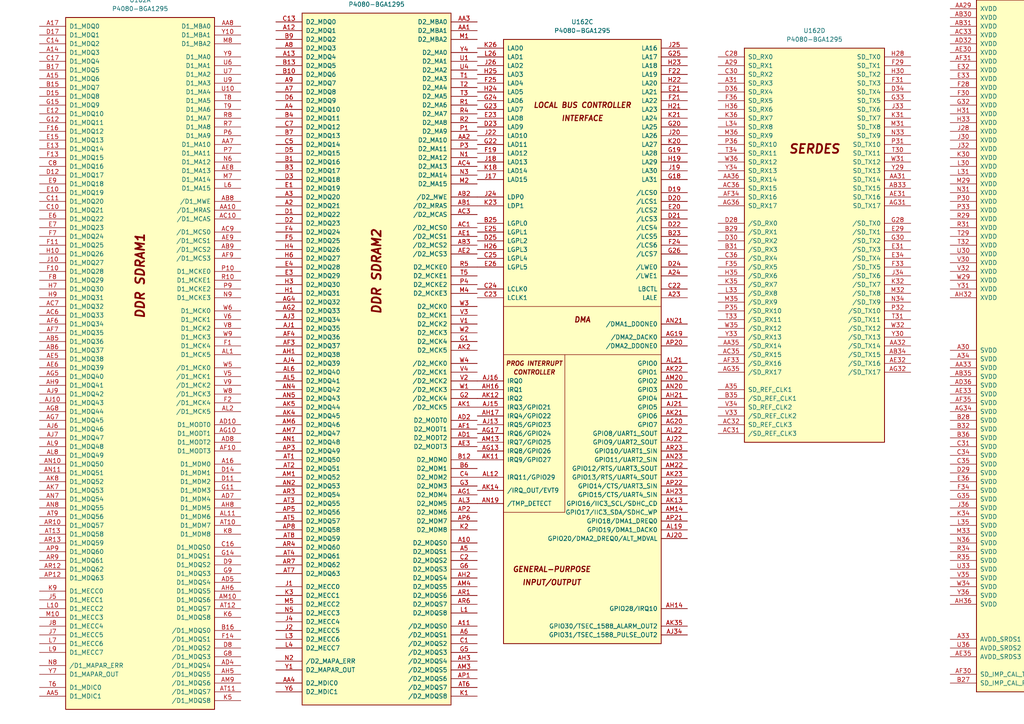
<source format=kicad_sch>
(kicad_sch (version 20250114) (generator "eeschema") (generator_version "9.0")
  (paper "A4")
  (lib_symbols
    (symbol "CPU:P4080-BGA1295" (pin_names (offset 1.016))
      (property "Reference" "U" (at 1.27 19.05 0))
      (property "Value" "P4080-BGA1295" (at 1.27 16.51 0))
      (symbol "P4080-BGA1295_1_1"
        (text "DDR SDRAM1" (at 1.27 26.67 900) (effects (font (size 2.54 2.54) (bold yes) (italic yes))))
        (pin bidirectional line (at -27.94 99.06 0) (length 7.62) (name "D1_MDQ0") (number "A17"))
        (pin bidirectional line (at -27.94 96.52 0) (length 7.62) (name "D1_MDQ1") (number "D17"))
        (pin bidirectional line (at -27.94 93.98 0) (length 7.62) (name "D1_MDQ2") (number "C14"))
        (pin bidirectional line (at -27.94 91.44 0) (length 7.62) (name "D1_MDQ3") (number "A14"))
        (pin bidirectional line (at -27.94 88.9 0) (length 7.62) (name "D1_MDQ4") (number "C17"))
        (pin bidirectional line (at -27.94 86.36 0) (length 7.62) (name "D1_MDQ5") (number "B17"))
        (pin bidirectional line (at -27.94 83.82 0) (length 7.62) (name "D1_MDQ6") (number "A15"))
        (pin bidirectional line (at -27.94 81.28 0) (length 7.62) (name "D1_MDQ7") (number "B15"))
        (pin bidirectional line (at -27.94 78.74 0) (length 7.62) (name "D1_MDQ8") (number "D15"))
        (pin bidirectional line (at -27.94 76.2 0) (length 7.62) (name "D1_MDQ9") (number "G15"))
        (pin bidirectional line (at -27.94 73.66 0) (length 7.62) (name "D1_MDQ10") (number "E12"))
        (pin bidirectional line (at -27.94 71.12 0) (length 7.62) (name "D1_MDQ11") (number "G12"))
        (pin bidirectional line (at -27.94 68.58 0) (length 7.62) (name "D1_MDQ12") (number "F16"))
        (pin bidirectional line (at -27.94 66.04 0) (length 7.62) (name "D1_MDQ13") (number "E15"))
        (pin bidirectional line (at -27.94 63.5 0) (length 7.62) (name "D1_MDQ14") (number "E13"))
        (pin bidirectional line (at -27.94 60.96 0) (length 7.62) (name "D1_MDQ15") (number "F13"))
        (pin bidirectional line (at -27.94 58.42 0) (length 7.62) (name "D1_MDQ16") (number "C8"))
        (pin bidirectional line (at -27.94 55.88 0) (length 7.62) (name "D1_MDQ17") (number "D12"))
        (pin bidirectional line (at -27.94 53.34 0) (length 7.62) (name "D1_MDQ18") (number "E9"))
        (pin bidirectional line (at -27.94 50.8 0) (length 7.62) (name "D1_MDQ19") (number "E10"))
        (pin bidirectional line (at -27.94 48.26 0) (length 7.62) (name "D1_MDQ20") (number "C11"))
        (pin bidirectional line (at -27.94 45.72 0) (length 7.62) (name "D1_MDQ21") (number "C10"))
        (pin bidirectional line (at -27.94 43.18 0) (length 7.62) (name "D1_MDQ22") (number "E6"))
        (pin bidirectional line (at -27.94 40.64 0) (length 7.62) (name "D1_MDQ23") (number "E7"))
        (pin bidirectional line (at -27.94 38.1 0) (length 7.62) (name "D1_MDQ24") (number "F7"))
        (pin bidirectional line (at -27.94 35.56 0) (length 7.62) (name "D1_MDQ25") (number "F11"))
        (pin bidirectional line (at -27.94 33.02 0) (length 7.62) (name "D1_MDQ26") (number "H10"))
        (pin bidirectional line (at -27.94 30.48 0) (length 7.62) (name "D1_MDQ27") (number "J10"))
        (pin bidirectional line (at -27.94 27.94 0) (length 7.62) (name "D1_MDQ28") (number "F10"))
        (pin bidirectional line (at -27.94 25.4 0) (length 7.62) (name "D1_MDQ29") (number "F8"))
        (pin bidirectional line (at -27.94 22.86 0) (length 7.62) (name "D1_MDQ30") (number "H7"))
        (pin bidirectional line (at -27.94 20.32 0) (length 7.62) (name "D1_MDQ31") (number "H9"))
        (pin bidirectional line (at -27.94 17.78 0) (length 7.62) (name "D1_MDQ32") (number "AC7"))
        (pin bidirectional line (at -27.94 15.24 0) (length 7.62) (name "D1_MDQ33") (number "AC6"))
        (pin bidirectional line (at -27.94 12.7 0) (length 7.62) (name "D1_MDQ34") (number "AF6"))
        (pin bidirectional line (at -27.94 10.16 0) (length 7.62) (name "D1_MDQ35") (number "AF7"))
        (pin bidirectional line (at -27.94 7.62 0) (length 7.62) (name "D1_MDQ36") (number "AB5"))
        (pin bidirectional line (at -27.94 5.08 0) (length 7.62) (name "D1_MDQ37") (number "AB6"))
        (pin bidirectional line (at -27.94 2.54 0) (length 7.62) (name "D1_MDQ38") (number "AE5"))
        (pin bidirectional line (at -27.94 0 0) (length 7.62) (name "D1_MDQ39") (number "AE6"))
        (pin bidirectional line (at -27.94 -2.54 0) (length 7.62) (name "D1_MDQ40") (number "AG5"))
        (pin bidirectional line (at -27.94 -5.08 0) (length 7.62) (name "D1_MDQ41") (number "AH9"))
        (pin bidirectional line (at -27.94 -7.62 0) (length 7.62) (name "D1_MDQ42") (number "AJ9"))
        (pin bidirectional line (at -27.94 -10.16 0) (length 7.62) (name "D1_MDQ43") (number "AJ10"))
        (pin bidirectional line (at -27.94 -12.7 0) (length 7.62) (name "D1_MDQ44") (number "AG8"))
        (pin bidirectional line (at -27.94 -15.24 0) (length 7.62) (name "D1_MDQ45") (number "AG7"))
        (pin bidirectional line (at -27.94 -17.78 0) (length 7.62) (name "D1_MDQ46") (number "AJ6"))
        (pin bidirectional line (at -27.94 -20.32 0) (length 7.62) (name "D1_MDQ47") (number "AJ7"))
        (pin bidirectional line (at -27.94 -22.86 0) (length 7.62) (name "D1_MDQ48") (number "AL9"))
        (pin bidirectional line (at -27.94 -25.4 0) (length 7.62) (name "D1_MDQ49") (number "AL8"))
        (pin bidirectional line (at -27.94 -27.94 0) (length 7.62) (name "D1_MDQ50") (number "AN10"))
        (pin bidirectional line (at -27.94 -30.48 0) (length 7.62) (name "D1_MDQ51") (number "AN11"))
        (pin bidirectional line (at -27.94 -33.02 0) (length 7.62) (name "D1_MDQ52") (number "AK8"))
        (pin bidirectional line (at -27.94 -35.56 0) (length 7.62) (name "D1_MDQ53") (number "AK7"))
        (pin bidirectional line (at -27.94 -38.1 0) (length 7.62) (name "D1_MDQ54") (number "AN7"))
        (pin bidirectional line (at -27.94 -40.64 0) (length 7.62) (name "D1_MDQ55") (number "AN8"))
        (pin bidirectional line (at -27.94 -43.18 0) (length 7.62) (name "D1_MDQ56") (number "AT9"))
        (pin bidirectional line (at -27.94 -45.72 0) (length 7.62) (name "D1_MDQ57") (number "AR10"))
        (pin bidirectional line (at -27.94 -48.26 0) (length 7.62) (name "D1_MDQ58") (number "AT13"))
        (pin bidirectional line (at -27.94 -50.8 0) (length 7.62) (name "D1_MDQ59") (number "AR13"))
        (pin bidirectional line (at -27.94 -53.34 0) (length 7.62) (name "D1_MDQ60") (number "AP9"))
        (pin bidirectional line (at -27.94 -55.88 0) (length 7.62) (name "D1_MDQ61") (number "AR9"))
        (pin bidirectional line (at -27.94 -58.42 0) (length 7.62) (name "D1_MDQ62") (number "AR12"))
        (pin bidirectional line (at -27.94 -60.96 0) (length 7.62) (name "D1_MDQ63") (number "AP12"))
        (pin bidirectional line (at -27.94 -64.77 0) (length 7.62) (name "D1_MECC0") (number "K9"))
        (pin bidirectional line (at -27.94 -67.31 0) (length 7.62) (name "D1_MECC1") (number "J5"))
        (pin bidirectional line (at -27.94 -69.85 0) (length 7.62) (name "D1_MECC2") (number "L10"))
        (pin bidirectional line (at -27.94 -72.39 0) (length 7.62) (name "D1_MECC3") (number "M10"))
        (pin bidirectional line (at -27.94 -74.93 0) (length 7.62) (name "D1_MECC4") (number "J8"))
        (pin bidirectional line (at -27.94 -77.47 0) (length 7.62) (name "D1_MECC5") (number "J7"))
        (pin bidirectional line (at -27.94 -80.01 0) (length 7.62) (name "D1_MECC6") (number "L7"))
        (pin bidirectional line (at -27.94 -82.55 0) (length 7.62) (name "D1_MECC7") (number "L9"))
        (pin input line (at -27.94 -86.36 0) (length 7.62) (name "/D1_MAPAR_ERR") (number "N8"))
        (pin output line (at -27.94 -88.9 0) (length 7.62) (name "D1_MAPAR_OUT") (number "Y7"))
        (pin bidirectional line (at -27.94 -92.71 0) (length 7.62) (name "D1_MDIC0") (number "T6"))
        (pin bidirectional line (at -27.94 -95.25 0) (length 7.62) (name "D1_MDIC1") (number "AA5"))
        (pin output line (at 30.48 99.06 180) (length 7.62) (name "D1_MBA0") (number "AA8"))
        (pin output line (at 30.48 96.52 180) (length 7.62) (name "D1_MBA1") (number "Y10"))
        (pin output line (at 30.48 93.98 180) (length 7.62) (name "D1_MBA2") (number "M8"))
        (pin output line (at 30.48 90.17 180) (length 7.62) (name "D1_MA0") (number "Y9"))
        (pin output line (at 30.48 87.63 180) (length 7.62) (name "D1_MA1") (number "U6"))
        (pin output line (at 30.48 85.09 180) (length 7.62) (name "D1_MA2") (number "U7"))
        (pin output line (at 30.48 82.55 180) (length 7.62) (name "D1_MA3") (number "U9"))
        (pin output line (at 30.48 80.01 180) (length 7.62) (name "D1_MA4") (number "U10"))
        (pin output line (at 30.48 77.47 180) (length 7.62) (name "D1_MA5") (number "T8"))
        (pin output line (at 30.48 74.93 180) (length 7.62) (name "D1_MA6") (number "T9"))
        (pin output line (at 30.48 72.39 180) (length 7.62) (name "D1_MA7") (number "R8"))
        (pin output line (at 30.48 69.85 180) (length 7.62) (name "D1_MA8") (number "R7"))
        (pin output line (at 30.48 67.31 180) (length 7.62) (name "D1_MA9") (number "P6"))
        (pin output line (at 30.48 64.77 180) (length 7.62) (name "D1_MA10") (number "AA7"))
        (pin output line (at 30.48 62.23 180) (length 7.62) (name "D1_MA11") (number "P7"))
        (pin output line (at 30.48 59.69 180) (length 7.62) (name "D1_MA12") (number "N6"))
        (pin output line (at 30.48 57.15 180) (length 7.62) (name "D1_MA13") (number "AE8"))
        (pin output line (at 30.48 54.61 180) (length 7.62) (name "D1_MA14") (number "M7"))
        (pin output line (at 30.48 52.07 180) (length 7.62) (name "D1_MA15") (number "L6"))
        (pin output line (at 30.48 48.26 180) (length 7.62) (name "/D1_MWE") (number "AB8"))
        (pin output line (at 30.48 45.72 180) (length 7.62) (name "/D1_MRAS") (number "AA10"))
        (pin output line (at 30.48 43.18 180) (length 7.62) (name "/D1_MCAS") (number "AC10"))
        (pin output line (at 30.48 39.37 180) (length 7.62) (name "/D1_MCS0") (number "AC9"))
        (pin output line (at 30.48 36.83 180) (length 7.62) (name "/D1_MCS1") (number "AE9"))
        (pin output line (at 30.48 34.29 180) (length 7.62) (name "/D1_MCS2") (number "AB9"))
        (pin output line (at 30.48 31.75 180) (length 7.62) (name "/D1_MCS3") (number "AF9"))
        (pin output line (at 30.48 27.94 180) (length 7.62) (name "D1_MCKE0") (number "P10"))
        (pin output line (at 30.48 25.4 180) (length 7.62) (name "D1_MCKE1") (number "R10"))
        (pin output line (at 30.48 22.86 180) (length 7.62) (name "D1_MCKE2") (number "P9"))
        (pin output line (at 30.48 20.32 180) (length 7.62) (name "D1_MCKE3") (number "N9"))
        (pin output line (at 30.48 16.51 180) (length 7.62) (name "D1_MCK0") (number "W6"))
        (pin output line (at 30.48 13.97 180) (length 7.62) (name "D1_MCK1") (number "V6"))
        (pin output line (at 30.48 11.43 180) (length 7.62) (name "D1_MCK2") (number "V8"))
        (pin output line (at 30.48 8.89 180) (length 7.62) (name "D1_MCK3") (number "W9"))
        (pin output line (at 30.48 6.35 180) (length 7.62) (name "D1_MCK4") (number "F1"))
        (pin output line (at 30.48 3.81 180) (length 7.62) (name "D1_MCK5") (number "AL1"))
        (pin output line (at 30.48 0 180) (length 7.62) (name "/D1_MCK0") (number "W5"))
        (pin output line (at 30.48 -2.54 180) (length 7.62) (name "/D1_MCK1") (number "V5"))
        (pin output line (at 30.48 -5.08 180) (length 7.62) (name "/D1_MCK2") (number "V9"))
        (pin output line (at 30.48 -7.62 180) (length 7.62) (name "/D1_MCK3") (number "W8"))
        (pin output line (at 30.48 -10.16 180) (length 7.62) (name "/D1_MCK4") (number "F2"))
        (pin output line (at 30.48 -12.7 180) (length 7.62) (name "/D1_MCK5") (number "AL2"))
        (pin output line (at 30.48 -16.51 180) (length 7.62) (name "D1_MODT0") (number "AD10"))
        (pin output line (at 30.48 -19.05 180) (length 7.62) (name "D1_MODT1") (number "AG10"))
        (pin output line (at 30.48 -21.59 180) (length 7.62) (name "D1_MODT2") (number "AD8"))
        (pin output line (at 30.48 -24.13 180) (length 7.62) (name "D1_MODT3") (number "AF10"))
        (pin output line (at 30.48 -27.94 180) (length 7.62) (name "D1_MDM0") (number "A16"))
        (pin output line (at 30.48 -30.48 180) (length 7.62) (name "D1_MDM1") (number "D14"))
        (pin output line (at 30.48 -33.02 180) (length 7.62) (name "D1_MDM2") (number "D11"))
        (pin output line (at 30.48 -35.56 180) (length 7.62) (name "D1_MDM3") (number "G11"))
        (pin output line (at 30.48 -38.1 180) (length 7.62) (name "D1_MDM4") (number "AD7"))
        (pin output line (at 30.48 -40.64 180) (length 7.62) (name "D1_MDM5") (number "AH8"))
        (pin output line (at 30.48 -43.18 180) (length 7.62) (name "D1_MDM6") (number "AL11"))
        (pin output line (at 30.48 -45.72 180) (length 7.62) (name "D1_MDM7") (number "AT10"))
        (pin output line (at 30.48 -48.26 180) (length 7.62) (name "D1_MDM8") (number "K8"))
        (pin bidirectional line (at 30.48 -52.07 180) (length 7.62) (name "D1_MDQS0") (number "C16"))
        (pin bidirectional line (at 30.48 -54.61 180) (length 7.62) (name "D1_MDQS1") (number "G14"))
        (pin bidirectional line (at 30.48 -57.15 180) (length 7.62) (name "D1_MDQS2") (number "D9"))
        (pin bidirectional line (at 30.48 -59.69 180) (length 7.62) (name "D1_MDQS3") (number "G9"))
        (pin bidirectional line (at 30.48 -62.23 180) (length 7.62) (name "D1_MDQS4") (number "AD5"))
        (pin bidirectional line (at 30.48 -64.77 180) (length 7.62) (name "D1_MDQS5") (number "AH6"))
        (pin bidirectional line (at 30.48 -67.31 180) (length 7.62) (name "D1_MDQS6") (number "AM10"))
        (pin bidirectional line (at 30.48 -69.85 180) (length 7.62) (name "D1_MDQS7") (number "AT12"))
        (pin bidirectional line (at 30.48 -72.39 180) (length 7.62) (name "D1_MDQS8") (number "K6"))
        (pin bidirectional line (at 30.48 -76.2 180) (length 7.62) (name "/D1_MDQS0") (number "B16"))
        (pin bidirectional line (at 30.48 -78.74 180) (length 7.62) (name "/D1_MDQS1") (number "F14"))
        (pin bidirectional line (at 30.48 -81.28 180) (length 7.62) (name "/D1_MDQS2") (number "D8"))
        (pin bidirectional line (at 30.48 -83.82 180) (length 7.62) (name "/D1_MDQS3") (number "G8"))
        (pin bidirectional line (at 30.48 -86.36 180) (length 7.62) (name "/D1_MDQS4") (number "AD4"))
        (pin bidirectional line (at 30.48 -88.9 180) (length 7.62) (name "/D1_MDQS5") (number "AH5"))
        (pin bidirectional line (at 30.48 -91.44 180) (length 7.62) (name "/D1_MDQS6") (number "AM9"))
        (pin bidirectional line (at 30.48 -93.98 180) (length 7.62) (name "/D1_MDQS7") (number "AT11"))
        (pin bidirectional line (at 30.48 -96.52 180) (length 7.62) (name "/D1_MDQS8") (number "K5"))
      )
      (symbol "P4080-BGA1295_2_1"
        (text "DDR SDRAM2" (at 1.27 26.67 900) (effects (font (size 2.54 2.54) (bold yes) (italic yes))))
        (pin bidirectional line (at -27.94 99.06 0) (length 7.62) (name "D2_MDQ0") (number "C13"))
        (pin bidirectional line (at -27.94 96.52 0) (length 7.62) (name "D2_MDQ1") (number "A12"))
        (pin bidirectional line (at -27.94 93.98 0) (length 7.62) (name "D2_MDQ2") (number "B9"))
        (pin bidirectional line (at -27.94 91.44 0) (length 7.62) (name "D2_MDQ3") (number "A8"))
        (pin bidirectional line (at -27.94 88.9 0) (length 7.62) (name "D2_MDQ4") (number "A13"))
        (pin bidirectional line (at -27.94 86.36 0) (length 7.62) (name "D2_MDQ5") (number "B13"))
        (pin bidirectional line (at -27.94 83.82 0) (length 7.62) (name "D2_MDQ6") (number "B10"))
        (pin bidirectional line (at -27.94 81.28 0) (length 7.62) (name "D2_MDQ7") (number "A9"))
        (pin bidirectional line (at -27.94 78.74 0) (length 7.62) (name "D2_MDQ8") (number "A7"))
        (pin bidirectional line (at -27.94 76.2 0) (length 7.62) (name "D2_MDQ9") (number "D6"))
        (pin bidirectional line (at -27.94 73.66 0) (length 7.62) (name "D2_MDQ10") (number "A4"))
        (pin bidirectional line (at -27.94 71.12 0) (length 7.62) (name "D2_MDQ11") (number "B4"))
        (pin bidirectional line (at -27.94 68.58 0) (length 7.62) (name "D2_MDQ12") (number "C7"))
        (pin bidirectional line (at -27.94 66.04 0) (length 7.62) (name "D2_MDQ13") (number "B7"))
        (pin bidirectional line (at -27.94 63.5 0) (length 7.62) (name "D2_MDQ14") (number "C5"))
        (pin bidirectional line (at -27.94 60.96 0) (length 7.62) (name "D2_MDQ15") (number "D5"))
        (pin bidirectional line (at -27.94 58.42 0) (length 7.62) (name "D2_MDQ16") (number "B1"))
        (pin bidirectional line (at -27.94 55.88 0) (length 7.62) (name "D2_MDQ17") (number "B3"))
        (pin bidirectional line (at -27.94 53.34 0) (length 7.62) (name "D2_MDQ18") (number "D3"))
        (pin bidirectional line (at -27.94 50.8 0) (length 7.62) (name "D2_MDQ19") (number "E1"))
        (pin bidirectional line (at -27.94 48.26 0) (length 7.62) (name "D2_MDQ20") (number "A3"))
        (pin bidirectional line (at -27.94 45.72 0) (length 7.62) (name "D2_MDQ21") (number "A2"))
        (pin bidirectional line (at -27.94 43.18 0) (length 7.62) (name "D2_MDQ22") (number "D1"))
        (pin bidirectional line (at -27.94 40.64 0) (length 7.62) (name "D2_MDQ23") (number "D2"))
        (pin bidirectional line (at -27.94 38.1 0) (length 7.62) (name "D2_MDQ24") (number "F4"))
        (pin bidirectional line (at -27.94 35.56 0) (length 7.62) (name "D2_MDQ25") (number "F5"))
        (pin bidirectional line (at -27.94 33.02 0) (length 7.62) (name "D2_MDQ26") (number "H4"))
        (pin bidirectional line (at -27.94 30.48 0) (length 7.62) (name "D2_MDQ27") (number "H6"))
        (pin bidirectional line (at -27.94 27.94 0) (length 7.62) (name "D2_MDQ28") (number "E4"))
        (pin bidirectional line (at -27.94 25.4 0) (length 7.62) (name "D2_MDQ29") (number "E3"))
        (pin bidirectional line (at -27.94 22.86 0) (length 7.62) (name "D2_MDQ30") (number "H3"))
        (pin bidirectional line (at -27.94 20.32 0) (length 7.62) (name "D2_MDQ31") (number "H1"))
        (pin bidirectional line (at -27.94 17.78 0) (length 7.62) (name "D2_MDQ32") (number "AG4"))
        (pin bidirectional line (at -27.94 15.24 0) (length 7.62) (name "D2_MDQ33") (number "AG2"))
        (pin bidirectional line (at -27.94 12.7 0) (length 7.62) (name "D2_MDQ34") (number "AJ3"))
        (pin bidirectional line (at -27.94 10.16 0) (length 7.62) (name "D2_MDQ35") (number "AJ1"))
        (pin bidirectional line (at -27.94 7.62 0) (length 7.62) (name "D2_MDQ36") (number "AF4"))
        (pin bidirectional line (at -27.94 5.08 0) (length 7.62) (name "D2_MDQ37") (number "AF3"))
        (pin bidirectional line (at -27.94 2.54 0) (length 7.62) (name "D2_MDQ38") (number "AH1"))
        (pin bidirectional line (at -27.94 0 0) (length 7.62) (name "D2_MDQ39") (number "AJ4"))
        (pin bidirectional line (at -27.94 -2.54 0) (length 7.62) (name "D2_MDQ40") (number "AL6"))
        (pin bidirectional line (at -27.94 -5.08 0) (length 7.62) (name "D2_MDQ41") (number "AL5"))
        (pin bidirectional line (at -27.94 -7.62 0) (length 7.62) (name "D2_MDQ42") (number "AN4"))
        (pin bidirectional line (at -27.94 -10.16 0) (length 7.62) (name "D2_MDQ43") (number "AN5"))
        (pin bidirectional line (at -27.94 -12.7 0) (length 7.62) (name "D2_MDQ44") (number "AK5"))
        (pin bidirectional line (at -27.94 -15.24 0) (length 7.62) (name "D2_MDQ45") (number "AK4"))
        (pin bidirectional line (at -27.94 -17.78 0) (length 7.62) (name "D2_MDQ46") (number "AM6"))
        (pin bidirectional line (at -27.94 -20.32 0) (length 7.62) (name "D2_MDQ47") (number "AM7"))
        (pin bidirectional line (at -27.94 -22.86 0) (length 7.62) (name "D2_MDQ48") (number "AN1"))
        (pin bidirectional line (at -27.94 -25.4 0) (length 7.62) (name "D2_MDQ49") (number "AP3"))
        (pin bidirectional line (at -27.94 -27.94 0) (length 7.62) (name "D2_MDQ50") (number "AT1"))
        (pin bidirectional line (at -27.94 -30.48 0) (length 7.62) (name "D2_MDQ51") (number "AT2"))
        (pin bidirectional line (at -27.94 -33.02 0) (length 7.62) (name "D2_MDQ52") (number "AM1"))
        (pin bidirectional line (at -27.94 -35.56 0) (length 7.62) (name "D2_MDQ53") (number "AN2"))
        (pin bidirectional line (at -27.94 -38.1 0) (length 7.62) (name "D2_MDQ54") (number "AR3"))
        (pin bidirectional line (at -27.94 -40.64 0) (length 7.62) (name "D2_MDQ55") (number "AT3"))
        (pin bidirectional line (at -27.94 -43.18 0) (length 7.62) (name "D2_MDQ56") (number "AP5"))
        (pin bidirectional line (at -27.94 -45.72 0) (length 7.62) (name "D2_MDQ57") (number "AT5"))
        (pin bidirectional line (at -27.94 -48.26 0) (length 7.62) (name "D2_MDQ58") (number "AP8"))
        (pin bidirectional line (at -27.94 -50.8 0) (length 7.62) (name "D2_MDQ59") (number "AT8"))
        (pin bidirectional line (at -27.94 -53.34 0) (length 7.62) (name "D2_MDQ60") (number "AR4"))
        (pin bidirectional line (at -27.94 -55.88 0) (length 7.62) (name "D2_MDQ61") (number "AT4"))
        (pin bidirectional line (at -27.94 -58.42 0) (length 7.62) (name "D2_MDQ62") (number "AR7"))
        (pin bidirectional line (at -27.94 -60.96 0) (length 7.62) (name "D2_MDQ63") (number "AT7"))
        (pin bidirectional line (at -27.94 -64.77 0) (length 7.62) (name "D2_MECC0") (number "J1"))
        (pin bidirectional line (at -27.94 -67.31 0) (length 7.62) (name "D2_MECC1") (number "K3"))
        (pin bidirectional line (at -27.94 -69.85 0) (length 7.62) (name "D2_MECC2") (number "M5"))
        (pin bidirectional line (at -27.94 -72.39 0) (length 7.62) (name "D2_MECC3") (number "N5"))
        (pin bidirectional line (at -27.94 -74.93 0) (length 7.62) (name "D2_MECC4") (number "J4"))
        (pin bidirectional line (at -27.94 -77.47 0) (length 7.62) (name "D2_MECC5") (number "J2"))
        (pin bidirectional line (at -27.94 -80.01 0) (length 7.62) (name "D2_MECC6") (number "L3"))
        (pin bidirectional line (at -27.94 -82.55 0) (length 7.62) (name "D2_MECC7") (number "L4"))
        (pin input line (at -27.94 -86.36 0) (length 7.62) (name "/D2_MAPA_ERR") (number "N2"))
        (pin output line (at -27.94 -88.9 0) (length 7.62) (name "D2_MAPAR_OUT") (number "Y1"))
        (pin bidirectional line (at -27.94 -92.71 0) (length 7.62) (name "D2_MDIC0") (number "AA4"))
        (pin bidirectional line (at -27.94 -95.25 0) (length 7.62) (name "D2_MDIC1") (number "Y6"))
        (pin output line (at 30.48 99.06 180) (length 7.62) (name "D2_MBA0") (number "AA3"))
        (pin output line (at 30.48 96.52 180) (length 7.62) (name "D2_MBA1") (number "AA1"))
        (pin output line (at 30.48 93.98 180) (length 7.62) (name "D2_MBA2") (number "M1"))
        (pin output line (at 30.48 90.17 180) (length 7.62) (name "D2_MA0") (number "Y4"))
        (pin output line (at 30.48 87.63 180) (length 7.62) (name "D2_MA1") (number "U1"))
        (pin output line (at 30.48 85.09 180) (length 7.62) (name "D2_MA2") (number "U4"))
        (pin output line (at 30.48 82.55 180) (length 7.62) (name "D2_MA3") (number "T1"))
        (pin output line (at 30.48 80.01 180) (length 7.62) (name "D2_MA4") (number "T2"))
        (pin output line (at 30.48 77.47 180) (length 7.62) (name "D2_MA5") (number "T3"))
        (pin output line (at 30.48 74.93 180) (length 7.62) (name "D2_MA6") (number "R1"))
        (pin output line (at 30.48 72.39 180) (length 7.62) (name "D2_MA7") (number "R4"))
        (pin output line (at 30.48 69.85 180) (length 7.62) (name "D2_MA8") (number "R2"))
        (pin output line (at 30.48 67.31 180) (length 7.62) (name "D2_MA9") (number "P1"))
        (pin output line (at 30.48 64.77 180) (length 7.62) (name "D2_MA10") (number "AA2"))
        (pin output line (at 30.48 62.23 180) (length 7.62) (name "D2_MA11") (number "P3"))
        (pin output line (at 30.48 59.69 180) (length 7.62) (name "D2_MA12") (number "N1"))
        (pin output line (at 30.48 57.15 180) (length 7.62) (name "D2_MA13") (number "AC4"))
        (pin output line (at 30.48 54.61 180) (length 7.62) (name "D2_MA14") (number "N3"))
        (pin output line (at 30.48 52.07 180) (length 7.62) (name "D2_MA15") (number "M2"))
        (pin output line (at 30.48 48.26 180) (length 7.62) (name "/D2_MWE") (number "AB2"))
        (pin output line (at 30.48 45.72 180) (length 7.62) (name "/D2_MRAS") (number "AB1"))
        (pin output line (at 30.48 43.18 180) (length 7.62) (name "/D2_MCAS") (number "AC3"))
        (pin output line (at 30.48 39.37 180) (length 7.62) (name "/D2_MCS0") (number "AC1"))
        (pin output line (at 30.48 36.83 180) (length 7.62) (name "/D2_MCS1") (number "AE1"))
        (pin output line (at 30.48 34.29 180) (length 7.62) (name "/D2_MCS2") (number "AB3"))
        (pin output line (at 30.48 31.75 180) (length 7.62) (name "/D2_MCS3") (number "AE2"))
        (pin output line (at 30.48 27.94 180) (length 7.62) (name "D2_MCKE0") (number "R5"))
        (pin output line (at 30.48 25.4 180) (length 7.62) (name "D2_MCKE1") (number "T5"))
        (pin output line (at 30.48 22.86 180) (length 7.62) (name "D2_MCKE2") (number "P4"))
        (pin output line (at 30.48 20.32 180) (length 7.62) (name "D2_MCKE3") (number "M4"))
        (pin output line (at 30.48 16.51 180) (length 7.62) (name "D2_MCK0") (number "W3"))
        (pin output line (at 30.48 13.97 180) (length 7.62) (name "D2_MCK1") (number "V3"))
        (pin output line (at 30.48 11.43 180) (length 7.62) (name "D2_MCK2") (number "V1"))
        (pin output line (at 30.48 8.89 180) (length 7.62) (name "D2_MCK3") (number "W2"))
        (pin output line (at 30.48 6.35 180) (length 7.62) (name "D2_MCK4") (number "G1"))
        (pin output line (at 30.48 3.81 180) (length 7.62) (name "D2_MCK5") (number "AK2"))
        (pin output line (at 30.48 0 180) (length 7.62) (name "/D2_MCK0") (number "W4"))
        (pin output line (at 30.48 -2.54 180) (length 7.62) (name "/D2_MCK1") (number "V4"))
        (pin output line (at 30.48 -5.08 180) (length 7.62) (name "/D2_MCK2") (number "V2"))
        (pin output line (at 30.48 -7.62 180) (length 7.62) (name "/D2_MCK3") (number "W1"))
        (pin output line (at 30.48 -10.16 180) (length 7.62) (name "/D2_MCK4") (number "G2"))
        (pin output line (at 30.48 -12.7 180) (length 7.62) (name "/D2_MCK5") (number "AK1"))
        (pin output line (at 30.48 -16.51 180) (length 7.62) (name "D2_MODT0") (number "AD2"))
        (pin output line (at 30.48 -19.05 180) (length 7.62) (name "D2_MODT1") (number "AF1"))
        (pin output line (at 30.48 -21.59 180) (length 7.62) (name "D2_MODT2") (number "AD1"))
        (pin output line (at 30.48 -24.13 180) (length 7.62) (name "D2_MODT3") (number "AE3"))
        (pin output line (at 30.48 -27.94 180) (length 7.62) (name "D2_MDM0") (number "B12"))
        (pin output line (at 30.48 -30.48 180) (length 7.62) (name "D2_MDM1") (number "B6"))
        (pin output line (at 30.48 -33.02 180) (length 7.62) (name "D2_MDM2") (number "C4"))
        (pin output line (at 30.48 -35.56 180) (length 7.62) (name "D2_MDM3") (number "G3"))
        (pin output line (at 30.48 -38.1 180) (length 7.62) (name "D2_MDM4") (number "AG1"))
        (pin output line (at 30.48 -40.64 180) (length 7.62) (name "D2_MDM5") (number "AL3"))
        (pin output line (at 30.48 -43.18 180) (length 7.62) (name "D2_MDM6") (number "AP2"))
        (pin output line (at 30.48 -45.72 180) (length 7.62) (name "D2_MDM7") (number "AP6"))
        (pin output line (at 30.48 -48.26 180) (length 7.62) (name "D2_MDM8") (number "K2"))
        (pin bidirectional line (at 30.48 -52.07 180) (length 7.62) (name "D2_MDQS0") (number "A10"))
        (pin bidirectional line (at 30.48 -54.61 180) (length 7.62) (name "D2_MDQS1") (number "A5"))
        (pin bidirectional line (at 30.48 -57.15 180) (length 7.62) (name "D2_MDQS2") (number "C2"))
        (pin bidirectional line (at 30.48 -59.69 180) (length 7.62) (name "D2_MDQS3") (number "G6"))
        (pin bidirectional line (at 30.48 -62.23 180) (length 7.62) (name "D2_MDQS4") (number "AH2"))
        (pin bidirectional line (at 30.48 -64.77 180) (length 7.62) (name "D2_MDQS5") (number "AM4"))
        (pin bidirectional line (at 30.48 -67.31 180) (length 7.62) (name "D2_MDQS6") (number "AR1"))
        (pin bidirectional line (at 30.48 -69.85 180) (length 7.62) (name "D2_MDQS7") (number "AR6"))
        (pin bidirectional line (at 30.48 -72.39 180) (length 7.62) (name "D2_MDQS8") (number "L1"))
        (pin bidirectional line (at 30.48 -76.2 180) (length 7.62) (name "/D2_MDQS0") (number "A11"))
        (pin bidirectional line (at 30.48 -78.74 180) (length 7.62) (name "/D2_MDQS1") (number "A6"))
        (pin bidirectional line (at 30.48 -81.28 180) (length 7.62) (name "/D2_MDQS2") (number "C1"))
        (pin bidirectional line (at 30.48 -83.82 180) (length 7.62) (name "/D2_MDQS3") (number "G5"))
        (pin bidirectional line (at 30.48 -86.36 180) (length 7.62) (name "/D2_MDQS4") (number "AH3"))
        (pin bidirectional line (at 30.48 -88.9 180) (length 7.62) (name "/D2_MDQS5") (number "AM3"))
        (pin bidirectional line (at 30.48 -91.44 180) (length 7.62) (name "/D2_MDQS6") (number "AP1"))
        (pin bidirectional line (at 30.48 -93.98 180) (length 7.62) (name "/D2_MDQS7") (number "AT6"))
        (pin bidirectional line (at 30.48 -96.52 180) (length 7.62) (name "/D2_MDQS8") (number "K1"))
      )
      (symbol "P4080-BGA1295_3_1"
        (text "PROG INTERRUPT" (at -13.97 -5.08 0) (effects (font (size 1.27 1.27) (bold yes) (italic yes))))
        (text "CONTROLLER" (at -13.97 -7.62 0) (effects (font (size 1.27 1.27) (bold yes) (italic yes))))
        (text "GENERAL-PURPOSE" (at -8.89 -64.77 0) (effects (font (size 1.524 1.524) (bold yes) (italic yes))))
        (text "INPUT/OUTPUT" (at -8.89 -68.58 0) (effects (font (size 1.524 1.524) (bold yes) (italic yes))))
        (text "LOCAL BUS CONTROLLER" (at 0 69.85 0) (effects (font (size 1.524 1.524) (bold yes) (italic yes))))
        (text "INTERFACE" (at 0 66.04 0) (effects (font (size 1.524 1.524) (bold yes) (italic yes))))
        (text "DMA" (at 0 7.62 0) (effects (font (size 1.524 1.524) (bold yes) (italic yes))))
        (pin bidirectional line (at -30.48 86.36 0) (length 7.62) (name "LAD0") (number "K26"))
        (pin bidirectional line (at -30.48 83.82 0) (length 7.62) (name "LAD1") (number "L26"))
        (pin bidirectional line (at -30.48 81.28 0) (length 7.62) (name "LAD2") (number "J26"))
        (pin bidirectional line (at -30.48 78.74 0) (length 7.62) (name "LAD3") (number "H25"))
        (pin bidirectional line (at -30.48 76.2 0) (length 7.62) (name "LAD4") (number "F25"))
        (pin bidirectional line (at -30.48 73.66 0) (length 7.62) (name "LAD5") (number "H24"))
        (pin bidirectional line (at -30.48 71.12 0) (length 7.62) (name "LAD6") (number "G24"))
        (pin bidirectional line (at -30.48 68.58 0) (length 7.62) (name "LAD7") (number "G23"))
        (pin bidirectional line (at -30.48 66.04 0) (length 7.62) (name "LAD8") (number "E23"))
        (pin bidirectional line (at -30.48 63.5 0) (length 7.62) (name "LAD9") (number "D23"))
        (pin bidirectional line (at -30.48 60.96 0) (length 7.62) (name "LAD10") (number "J22"))
        (pin bidirectional line (at -30.48 58.42 0) (length 7.62) (name "LAD11") (number "G22"))
        (pin bidirectional line (at -30.48 55.88 0) (length 7.62) (name "LAD12") (number "F19"))
        (pin bidirectional line (at -30.48 53.34 0) (length 7.62) (name "LAD13") (number "J18"))
        (pin bidirectional line (at -30.48 50.8 0) (length 7.62) (name "LAD14") (number "K18"))
        (pin bidirectional line (at -30.48 48.26 0) (length 7.62) (name "LAD15") (number "J17"))
        (pin bidirectional line (at -30.48 43.18 0) (length 7.62) (name "LDP0") (number "J24"))
        (pin bidirectional line (at -30.48 40.64 0) (length 7.62) (name "LDP1") (number "K23"))
        (pin output line (at -30.48 35.56 0) (length 7.62) (name "LGPL0") (number "B25"))
        (pin output line (at -30.48 33.02 0) (length 7.62) (name "LGPL1") (number "E25"))
        (pin output line (at -30.48 30.48 0) (length 7.62) (name "LGPL2") (number "D25"))
        (pin output line (at -30.48 27.94 0) (length 7.62) (name "LGPL3") (number "H26"))
        (pin bidirectional line (at -30.48 25.4 0) (length 7.62) (name "LGPL4") (number "C25"))
        (pin output line (at -30.48 22.86 0) (length 7.62) (name "LGPL5") (number "E26"))
        (pin output line (at -30.48 16.51 0) (length 7.62) (name "LCLK0") (number "C24"))
        (pin output line (at -30.48 13.97 0) (length 7.62) (name "LCLK1") (number "C23"))
        (pin input line (at -30.48 -10.16 0) (length 7.62) (name "IRQ0") (number "AJ16"))
        (pin input line (at -30.48 -12.7 0) (length 7.62) (name "IRQ1") (number "AH16"))
        (pin input line (at -30.48 -15.24 0) (length 7.62) (name "IRQ2") (number "AK12"))
        (pin input line (at -30.48 -17.78 0) (length 7.62) (name "IRQ3/GPIO21") (number "AJ15"))
        (pin input line (at -30.48 -20.32 0) (length 7.62) (name "IRQ4/GPIO22") (number "AH17"))
        (pin input line (at -30.48 -22.86 0) (length 7.62) (name "IRQ5/GPIO23") (number "AJ13"))
        (pin input line (at -30.48 -25.4 0) (length 7.62) (name "IRQ6/GPIO24") (number "AG17"))
        (pin input line (at -30.48 -27.94 0) (length 7.62) (name "IRQ7/GPIO25") (number "AM13"))
        (pin input line (at -30.48 -30.48 0) (length 7.62) (name "IRQ8/GPIO26") (number "AG13"))
        (pin input line (at -30.48 -33.02 0) (length 7.62) (name "IRQ9/GPIO27") (number "AK11"))
        (pin input line (at -30.48 -38.1 0) (length 7.62) (name "IRQ11/GPIO29") (number "AL12"))
        (pin output line (at -30.48 -41.91 0) (length 7.62) (name "/IRQ_OUT/EVT9") (number "AK14"))
        (pin input line (at -30.48 -45.72 0) (length 7.62) (name "/TMP_DETECT") (number "AN19"))
        (pin output line (at 30.48 86.36 180) (length 7.62) (name "LA16") (number "J25"))
        (pin output line (at 30.48 83.82 180) (length 7.62) (name "LA17") (number "G25"))
        (pin output line (at 30.48 81.28 180) (length 7.62) (name "LA18") (number "H23"))
        (pin output line (at 30.48 78.74 180) (length 7.62) (name "LA19") (number "F22"))
        (pin output line (at 30.48 76.2 180) (length 7.62) (name "LA20") (number "H22"))
        (pin output line (at 30.48 73.66 180) (length 7.62) (name "LA21") (number "E21"))
        (pin output line (at 30.48 71.12 180) (length 7.62) (name "LA22") (number "F21"))
        (pin output line (at 30.48 68.58 180) (length 7.62) (name "LA23") (number "H21"))
        (pin output line (at 30.48 66.04 180) (length 7.62) (name "LA24") (number "K21"))
        (pin output line (at 30.48 63.5 180) (length 7.62) (name "LA25") (number "G20"))
        (pin output line (at 30.48 60.96 180) (length 7.62) (name "LA26") (number "J20"))
        (pin output line (at 30.48 58.42 180) (length 7.62) (name "LA27") (number "K20"))
        (pin output line (at 30.48 55.88 180) (length 7.62) (name "LA28") (number "G19"))
        (pin output line (at 30.48 53.34 180) (length 7.62) (name "LA29") (number "H19"))
        (pin output line (at 30.48 50.8 180) (length 7.62) (name "LA30") (number "J19"))
        (pin output line (at 30.48 48.26 180) (length 7.62) (name "LA31") (number "G18"))
        (pin output line (at 30.48 44.45 180) (length 7.62) (name "/LCS0") (number "D19"))
        (pin output line (at 30.48 41.91 180) (length 7.62) (name "/LCS1") (number "D20"))
        (pin output line (at 30.48 39.37 180) (length 7.62) (name "/LCS2") (number "E20"))
        (pin output line (at 30.48 36.83 180) (length 7.62) (name "/LCS3") (number "D21"))
        (pin output line (at 30.48 34.29 180) (length 7.62) (name "/LCS4") (number "D22"))
        (pin output line (at 30.48 31.75 180) (length 7.62) (name "/LCS5") (number "B23"))
        (pin output line (at 30.48 29.21 180) (length 7.62) (name "/LCS6") (number "F24"))
        (pin output line (at 30.48 26.67 180) (length 7.62) (name "/LCS7") (number "G26"))
        (pin output line (at 30.48 22.86 180) (length 7.62) (name "/LWE0") (number "D24"))
        (pin output line (at 30.48 20.32 180) (length 7.62) (name "/LWE1") (number "A24"))
        (pin output line (at 30.48 16.51 180) (length 7.62) (name "LBCTL") (number "C22"))
        (pin bidirectional line (at 30.48 13.97 180) (length 7.62) (name "LALE") (number "A23"))
        (pin output line (at 30.48 6.35 180) (length 7.62) (name "/DMA1_DDONE0") (number "AN21"))
        (pin output line (at 30.48 2.54 180) (length 7.62) (name "/DMA2_DACK0") (number "AG19"))
        (pin output line (at 30.48 0 180) (length 7.62) (name "/DMA2_DDONE0") (number "AP20"))
        (pin bidirectional line (at 30.48 -5.08 180) (length 7.62) (name "GPIO0") (number "AL21"))
        (pin bidirectional line (at 30.48 -7.62 180) (length 7.62) (name "GPIO1") (number "AK22"))
        (pin bidirectional line (at 30.48 -10.16 180) (length 7.62) (name "GPIO2") (number "AM20"))
        (pin bidirectional line (at 30.48 -12.7 180) (length 7.62) (name "GPIO3") (number "AN20"))
        (pin bidirectional line (at 30.48 -15.24 180) (length 7.62) (name "GPIO4") (number "AH21"))
        (pin bidirectional line (at 30.48 -17.78 180) (length 7.62) (name "GPIO5") (number "AJ21"))
        (pin bidirectional line (at 30.48 -20.32 180) (length 7.62) (name "GPIO6") (number "AK21"))
        (pin bidirectional line (at 30.48 -22.86 180) (length 7.62) (name "GPIO7") (number "AG20"))
        (pin bidirectional line (at 30.48 -25.4 180) (length 7.62) (name "GPIO8/UART1_SOUT") (number "AL22"))
        (pin bidirectional line (at 30.48 -27.94 180) (length 7.62) (name "GPIO9/UART2_SOUT") (number "AJ22"))
        (pin bidirectional line (at 30.48 -30.48 180) (length 7.62) (name "GPIO10/UART1_SIN") (number "AR23"))
        (pin bidirectional line (at 30.48 -33.02 180) (length 7.62) (name "GPIO11/UART2_SIN") (number "AN23"))
        (pin bidirectional line (at 30.48 -35.56 180) (length 7.62) (name "GPIO12/RTS/UART3_SOUT") (number "AM22"))
        (pin bidirectional line (at 30.48 -38.1 180) (length 7.62) (name "GPIO13/RTS/UART4_SOUT") (number "AK23"))
        (pin bidirectional line (at 30.48 -40.64 180) (length 7.62) (name "GPIO14/CTS/UART3_SIN") (number "AP22"))
        (pin bidirectional line (at 30.48 -43.18 180) (length 7.62) (name "GPIO15/CTS/UART4_SIN") (number "AH23"))
        (pin bidirectional line (at 30.48 -45.72 180) (length 7.62) (name "GPIO16/IIC3_SCL/SDHC_CD") (number "AK13"))
        (pin bidirectional line (at 30.48 -48.26 180) (length 7.62) (name "GPIO17/IIC3_SDA/SDHC_WP") (number "AM14"))
        (pin bidirectional line (at 30.48 -50.8 180) (length 7.62) (name "GPIO18/DMA1_DREQ0") (number "AP21"))
        (pin bidirectional line (at 30.48 -53.34 180) (length 7.62) (name "GPIO19/DMA1_DACK0") (number "AL19"))
        (pin bidirectional line (at 30.48 -55.88 180) (length 7.62) (name "GPIO20/DMA2_DREQ0/ALT_MDVAL") (number "AJ20"))
        (pin bidirectional line (at 30.48 -76.2 180) (length 7.62) (name "GPIO28/IRQ10") (number "AH14"))
        (pin bidirectional line (at 30.48 -81.28 180) (length 7.62) (name "GPIO30/TSEC_1588_ALARM_OUT2") (number "AK35"))
        (pin bidirectional line (at 30.48 -83.82 180) (length 7.62) (name "GPIO31/TSEC_1588_PULSE_OUT2") (number "AJ34"))
      )
      (symbol "P4080-BGA1295_4_1"
        (text "SERDES" (at 0 29.21 0) (effects (font (size 2.54 2.54) (bold yes) (italic yes))))
        (pin input line (at -27.94 55.88 0) (length 7.62) (name "SD_RX0") (number "C28"))
        (pin input line (at -27.94 53.34 0) (length 7.62) (name "SD_RX1") (number "A29"))
        (pin input line (at -27.94 50.8 0) (length 7.62) (name "SD_RX2") (number "C30"))
        (pin input line (at -27.94 48.26 0) (length 7.62) (name "SD_RX3") (number "A31"))
        (pin input line (at -27.94 45.72 0) (length 7.62) (name "SD_RX4") (number "D36"))
        (pin input line (at -27.94 43.18 0) (length 7.62) (name "SD_RX5") (number "F36"))
        (pin input line (at -27.94 40.64 0) (length 7.62) (name "SD_RX6") (number "H36"))
        (pin input line (at -27.94 38.1 0) (length 7.62) (name "SD_RX7") (number "K36"))
        (pin input line (at -27.94 35.56 0) (length 7.62) (name "SD_RX8") (number "L34"))
        (pin input line (at -27.94 33.02 0) (length 7.62) (name "SD_RX9") (number "M36"))
        (pin input line (at -27.94 30.48 0) (length 7.62) (name "SD_RX10") (number "P36"))
        (pin input line (at -27.94 27.94 0) (length 7.62) (name "SD_RX11") (number "T34"))
        (pin input line (at -27.94 25.4 0) (length 7.62) (name "SD_RX12") (number "W36"))
        (pin input line (at -27.94 22.86 0) (length 7.62) (name "SD_RX13") (number "Y34"))
        (pin input line (at -27.94 20.32 0) (length 7.62) (name "SD_RX14") (number "AA36"))
        (pin input line (at -27.94 17.78 0) (length 7.62) (name "SD_RX15") (number "AC36"))
        (pin input line (at -27.94 15.24 0) (length 7.62) (name "SD_RX16") (number "AF34"))
        (pin input line (at -27.94 12.7 0) (length 7.62) (name "SD_RX17") (number "AG36"))
        (pin input line (at -27.94 7.62 0) (length 7.62) (name "/SD_RX0") (number "D28"))
        (pin input line (at -27.94 5.08 0) (length 7.62) (name "/SD_RX1") (number "B29"))
        (pin input line (at -27.94 2.54 0) (length 7.62) (name "/SD_RX2") (number "D30"))
        (pin input line (at -27.94 0 0) (length 7.62) (name "/SD_RX3") (number "B31"))
        (pin input line (at -27.94 -2.54 0) (length 7.62) (name "/SD_RX4") (number "C36"))
        (pin input line (at -27.94 -5.08 0) (length 7.62) (name "/SD_RX5") (number "F35"))
        (pin input line (at -27.94 -7.62 0) (length 7.62) (name "/SD_RX6") (number "H35"))
        (pin input line (at -27.94 -10.16 0) (length 7.62) (name "/SD_RX7") (number "K35"))
        (pin input line (at -27.94 -12.7 0) (length 7.62) (name "/SD_RX8") (number "L33"))
        (pin input line (at -27.94 -15.24 0) (length 7.62) (name "/SD_RX9") (number "M35"))
        (pin input line (at -27.94 -17.78 0) (length 7.62) (name "/SD_RX10") (number "P35"))
        (pin input line (at -27.94 -20.32 0) (length 7.62) (name "/SD_RX11") (number "T33"))
        (pin input line (at -27.94 -22.86 0) (length 7.62) (name "/SD_RX12") (number "W35"))
        (pin input line (at -27.94 -25.4 0) (length 7.62) (name "/SD_RX13") (number "Y33"))
        (pin input line (at -27.94 -27.94 0) (length 7.62) (name "/SD_RX14") (number "AA35"))
        (pin input line (at -27.94 -30.48 0) (length 7.62) (name "/SD_RX15") (number "AC35"))
        (pin input line (at -27.94 -33.02 0) (length 7.62) (name "/SD_RX16") (number "AF33"))
        (pin input line (at -27.94 -35.56 0) (length 7.62) (name "/SD_RX17") (number "AG35"))
        (pin input line (at -27.94 -40.64 0) (length 7.62) (name "SD_REF_CLK1") (number "A35"))
        (pin input line (at -27.94 -43.18 0) (length 7.62) (name "/SD_REF_CLK1") (number "B35"))
        (pin input line (at -27.94 -45.72 0) (length 7.62) (name "SD_REF_CLK2") (number "V34"))
        (pin input line (at -27.94 -48.26 0) (length 7.62) (name "/SD_REF_CLK2") (number "V33"))
        (pin input line (at -27.94 -50.8 0) (length 7.62) (name "SD_REF_CLK3") (number "AC32"))
        (pin input line (at -27.94 -53.34 0) (length 7.62) (name "/SD_REF_CLK3") (number "AC31"))
        (pin output line (at 27.94 55.88 180) (length 7.62) (name "SD_TX0") (number "H28"))
        (pin output line (at 27.94 53.34 180) (length 7.62) (name "SD_TX1") (number "F29"))
        (pin output line (at 27.94 50.8 180) (length 7.62) (name "SD_TX2") (number "H30"))
        (pin output line (at 27.94 48.26 180) (length 7.62) (name "SD_TX3") (number "F31"))
        (pin output line (at 27.94 45.72 180) (length 7.62) (name "SD_TX4") (number "D34"))
        (pin output line (at 27.94 43.18 180) (length 7.62) (name "SD_TX5") (number "G33"))
        (pin output line (at 27.94 40.64 180) (length 7.62) (name "SD_TX6") (number "J33"))
        (pin output line (at 27.94 38.1 180) (length 7.62) (name "SD_TX7") (number "K31"))
        (pin output line (at 27.94 35.56 180) (length 7.62) (name "SD_TX8") (number "M31"))
        (pin output line (at 27.94 33.02 180) (length 7.62) (name "SD_TX9") (number "N33"))
        (pin output line (at 27.94 30.48 180) (length 7.62) (name "SD_TX10") (number "P31"))
        (pin output line (at 27.94 27.94 180) (length 7.62) (name "SD_TX11") (number "T30"))
        (pin output line (at 27.94 25.4 180) (length 7.62) (name "SD_TX12") (number "W31"))
        (pin output line (at 27.94 22.86 180) (length 7.62) (name "SD_TX13") (number "Y29"))
        (pin output line (at 27.94 20.32 180) (length 7.62) (name "SD_TX14") (number "AA31"))
        (pin output line (at 27.94 17.78 180) (length 7.62) (name "SD_TX15") (number "AB33"))
        (pin output line (at 27.94 15.24 180) (length 7.62) (name "SD_TX16") (number "AE31"))
        (pin output line (at 27.94 12.7 180) (length 7.62) (name "SD_TX17") (number "AG31"))
        (pin output line (at 27.94 7.62 180) (length 7.62) (name "/SD_TX0") (number "G28"))
        (pin output line (at 27.94 5.08 180) (length 7.62) (name "/SD_TX1") (number "E29"))
        (pin output line (at 27.94 2.54 180) (length 7.62) (name "/SD_TX2") (number "G30"))
        (pin output line (at 27.94 0 180) (length 7.62) (name "/SD_TX3") (number "E31"))
        (pin output line (at 27.94 -2.54 180) (length 7.62) (name "/SD_TX4") (number "E34"))
        (pin output line (at 27.94 -5.08 180) (length 7.62) (name "/SD_TX5") (number "F33"))
        (pin output line (at 27.94 -7.62 180) (length 7.62) (name "/SD_TX6") (number "J34"))
        (pin output line (at 27.94 -10.16 180) (length 7.62) (name "/SD_TX7") (number "K32"))
        (pin output line (at 27.94 -12.7 180) (length 7.62) (name "/SD_TX8") (number "M32"))
        (pin output line (at 27.94 -15.24 180) (length 7.62) (name "/SD_TX9") (number "N34"))
        (pin output line (at 27.94 -17.78 180) (length 7.62) (name "/SD_TX10") (number "P32"))
        (pin output line (at 27.94 -20.32 180) (length 7.62) (name "/SD_TX11") (number "T31"))
        (pin output line (at 27.94 -22.86 180) (length 7.62) (name "/SD_TX12") (number "W32"))
        (pin output line (at 27.94 -25.4 180) (length 7.62) (name "/SD_TX13") (number "Y30"))
        (pin output line (at 27.94 -27.94 180) (length 7.62) (name "/SD_TX14") (number "AA32"))
        (pin output line (at 27.94 -30.48 180) (length 7.62) (name "/SD_TX15") (number "AB34"))
        (pin output line (at 27.94 -33.02 180) (length 7.62) (name "/SD_TX16") (number "AE32"))
        (pin output line (at 27.94 -35.56 180) (length 7.62) (name "/SD_TX17") (number "AG32"))
      )
      (symbol "P4080-BGA1295_5_1"
        (text "POWER PINS SERDES" (at 0 39.37 900) (effects (font (size 2.54 2.54) (bold yes) (italic yes))))
        (pin power_in line (at -25.4 99.06 0) (length 7.62) (name "XVDD") (number "AA29"))
        (pin power_in line (at -25.4 96.52 0) (length 7.62) (name "XVDD") (number "AB30"))
        (pin power_in line (at -25.4 93.98 0) (length 7.62) (name "XVDD") (number "AB31"))
        (pin power_in line (at -25.4 91.44 0) (length 7.62) (name "XVDD") (number "AC33"))
        (pin power_in line (at -25.4 88.9 0) (length 7.62) (name "XVDD") (number "AD32"))
        (pin power_in line (at -25.4 86.36 0) (length 7.62) (name "XVDD") (number "AE30"))
        (pin power_in line (at -25.4 83.82 0) (length 7.62) (name "XVDD") (number "AF31"))
        (pin power_in line (at -25.4 81.28 0) (length 7.62) (name "XVDD") (number "E32"))
        (pin power_in line (at -25.4 78.74 0) (length 7.62) (name "XVDD") (number "E33"))
        (pin power_in line (at -25.4 76.2 0) (length 7.62) (name "XVDD") (number "F28"))
        (pin power_in line (at -25.4 73.66 0) (length 7.62) (name "XVDD") (number "F30"))
        (pin power_in line (at -25.4 71.12 0) (length 7.62) (name "XVDD") (number "G32"))
        (pin power_in line (at -25.4 68.58 0) (length 7.62) (name "XVDD") (number "H31"))
        (pin power_in line (at -25.4 66.04 0) (length 7.62) (name "XVDD") (number "H33"))
        (pin power_in line (at -25.4 63.5 0) (length 7.62) (name "XVDD") (number "J28"))
        (pin power_in line (at -25.4 60.96 0) (length 7.62) (name "XVDD") (number "J30"))
        (pin power_in line (at -25.4 58.42 0) (length 7.62) (name "XVDD") (number "J32"))
        (pin power_in line (at -25.4 55.88 0) (length 7.62) (name "XVDD") (number "K30"))
        (pin power_in line (at -25.4 53.34 0) (length 7.62) (name "XVDD") (number "L30"))
        (pin power_in line (at -25.4 50.8 0) (length 7.62) (name "XVDD") (number "L31"))
        (pin power_in line (at -25.4 48.26 0) (length 7.62) (name "XVDD") (number "M29"))
        (pin power_in line (at -25.4 45.72 0) (length 7.62) (name "XVDD") (number "N31"))
        (pin power_in line (at -25.4 43.18 0) (length 7.62) (name "XVDD") (number "P30"))
        (pin power_in line (at -25.4 40.64 0) (length 7.62) (name "XVDD") (number "P33"))
        (pin power_in line (at -25.4 38.1 0) (length 7.62) (name "XVDD") (number "R29"))
        (pin power_in line (at -25.4 35.56 0) (length 7.62) (name "XVDD") (number "R31"))
        (pin power_in line (at -25.4 33.02 0) (length 7.62) (name "XVDD") (number "T29"))
        (pin power_in line (at -25.4 30.48 0) (length 7.62) (name "XVDD") (number "T32"))
        (pin power_in line (at -25.4 27.94 0) (length 7.62) (name "XVDD") (number "U30"))
        (pin power_in line (at -25.4 25.4 0) (length 7.62) (name "XVDD") (number "V30"))
        (pin power_in line (at -25.4 22.86 0) (length 7.62) (name "XVDD") (number "V32"))
        (pin power_in line (at -25.4 20.32 0) (length 7.62) (name "XVDD") (number "W29"))
        (pin power_in line (at -25.4 17.78 0) (length 7.62) (name "XVDD") (number "Y31"))
        (pin power_in line (at -25.4 15.24 0) (length 7.62) (name "XVDD") (number "AH32"))
        (pin power_in line (at -25.4 0 0) (length 7.62) (name "SVDD") (number "A30"))
        (pin power_in line (at -25.4 -2.54 0) (length 7.62) (name "SVDD") (number "A34"))
        (pin power_in line (at -25.4 -5.08 0) (length 7.62) (name "SVDD") (number "AA33"))
        (pin power_in line (at -25.4 -7.62 0) (length 7.62) (name "SVDD") (number "AB35"))
        (pin power_in line (at -25.4 -10.16 0) (length 7.62) (name "SVDD") (number "AD36"))
        (pin power_in line (at -25.4 -12.7 0) (length 7.62) (name "SVDD") (number "AE33"))
        (pin power_in line (at -25.4 -15.24 0) (length 7.62) (name "SVDD") (number "AF35"))
        (pin power_in line (at -25.4 -17.78 0) (length 7.62) (name "SVDD") (number "AG34"))
        (pin power_in line (at -25.4 -20.32 0) (length 7.62) (name "SVDD") (number "B28"))
        (pin power_in line (at -25.4 -22.86 0) (length 7.62) (name "SVDD") (number "B32"))
        (pin power_in line (at -25.4 -25.4 0) (length 7.62) (name "SVDD") (number "B36"))
        (pin power_in line (at -25.4 -27.94 0) (length 7.62) (name "SVDD") (number "C31"))
        (pin power_in line (at -25.4 -30.48 0) (length 7.62) (name "SVDD") (number "C34"))
        (pin power_in line (at -25.4 -33.02 0) (length 7.62) (name "SVDD") (number "C35"))
        (pin power_in line (at -25.4 -35.56 0) (length 7.62) (name "SVDD") (number "D29"))
        (pin power_in line (at -25.4 -38.1 0) (length 7.62) (name "SVDD") (number "E36"))
        (pin power_in line (at -25.4 -40.64 0) (length 7.62) (name "SVDD") (number "F34"))
        (pin power_in line (at -25.4 -43.18 0) (length 7.62) (name "SVDD") (number "G35"))
        (pin power_in line (at -25.4 -45.72 0) (length 7.62) (name "SVDD") (number "J36"))
        (pin power_in line (at -25.4 -48.26 0) (length 7.62) (name "SVDD") (number "K34"))
        (pin power_in line (at -25.4 -50.8 0) (length 7.62) (name "SVDD") (number "L35"))
        (pin power_in line (at -25.4 -53.34 0) (length 7.62) (name "SVDD") (number "M33"))
        (pin power_in line (at -25.4 -55.88 0) (length 7.62) (name "SVDD") (number "N36"))
        (pin power_in line (at -25.4 -58.42 0) (length 7.62) (name "SVDD") (number "R34"))
        (pin power_in line (at -25.4 -60.96 0) (length 7.62) (name "SVDD") (number "R35"))
        (pin power_in line (at -25.4 -63.5 0) (length 7.62) (name "SVDD") (number "U33"))
        (pin power_in line (at -25.4 -66.04 0) (length 7.62) (name "SVDD") (number "V35"))
        (pin power_in line (at -25.4 -68.58 0) (length 7.62) (name "SVDD") (number "W34"))
        (pin power_in line (at -25.4 -71.12 0) (length 7.62) (name "SVDD") (number "Y36"))
        (pin power_in line (at -25.4 -73.66 0) (length 7.62) (name "SVDD") (number "AH36"))
        (pin power_in line (at -25.4 -83.82 0) (length 7.62) (name "AVDD_SRDS1") (number "A33"))
        (pin power_in line (at -25.4 -86.36 0) (length 7.62) (name "AVDD_SRDS2") (number "U36"))
        (pin power_in line (at -25.4 -88.9 0) (length 7.62) (name "AVDD_SRDS3") (number "AE35"))
        (pin input line (at -25.4 -93.98 0) (length 7.62) (name "SD_IMP_CAL_TX") (number "AF30"))
        (pin input line (at -25.4 -96.52 0) (length 7.62) (name "SD_IMP_CAL_RX") (number "B27"))
        (pin power_in line (at 25.4 99.06 180) (length 7.62) (name "XGND") (number "AA30"))
        (pin power_in line (at 25.4 96.52 180) (length 7.62) (name "XGND") (number "AB32"))
        (pin power_in line (at 25.4 93.98 180) (length 7.62) (name "XGND") (number "AC30"))
        (pin power_in line (at 25.4 91.44 180) (length 7.62) (name "XGND") (number "AC34"))
        (pin power_in line (at 25.4 88.9 180) (length 7.62) (name "XGND") (number "AD30"))
        (pin power_in line (at 25.4 86.36 180) (length 7.62) (name "XGND") (number "AD31"))
        (pin power_in line (at 25.4 83.82 180) (length 7.62) (name "XGND") (number "AF32"))
        (pin power_in line (at 25.4 81.28 180) (length 7.62) (name "XGND") (number "AG30"))
        (pin power_in line (at 25.4 78.74 180) (length 7.62) (name "XGND") (number "D33"))
        (pin power_in line (at 25.4 76.2 180) (length 7.62) (name "XGND") (number "E28"))
        (pin power_in line (at 25.4 73.66 180) (length 7.62) (name "XGND") (number "E30"))
        (pin power_in line (at 25.4 71.12 180) (length 7.62) (name "XGND") (number "F32"))
        (pin power_in line (at 25.4 68.58 180) (length 7.62) (name "XGND") (number "G29"))
        (pin power_in line (at 25.4 66.04 180) (length 7.62) (name "XGND") (number "G31"))
        (pin power_in line (at 25.4 63.5 180) (length 7.62) (name "XGND") (number "H29"))
        (pin power_in line (at 25.4 60.96 180) (length 7.62) (name "XGND") (number "H32"))
        (pin power_in line (at 25.4 58.42 180) (length 7.62) (name "XGND") (number "H34"))
        (pin power_in line (at 25.4 55.88 180) (length 7.62) (name "XGND") (number "J29"))
        (pin power_in line (at 25.4 53.34 180) (length 7.62) (name "XGND") (number "J31"))
        (pin power_in line (at 25.4 50.8 180) (length 7.62) (name "XGND") (number "K28"))
        (pin power_in line (at 25.4 48.26 180) (length 7.62) (name "XGND") (number "K29"))
        (pin power_in line (at 25.4 45.72 180) (length 7.62) (name "XGND") (number "L29"))
        (pin power_in line (at 25.4 43.18 180) (length 7.62) (name "XGND") (number "L32"))
        (pin power_in line (at 25.4 40.64 180) (length 7.62) (name "XGND") (number "M30"))
        (pin power_in line (at 25.4 38.1 180) (length 7.62) (name "XGND") (number "N29"))
        (pin power_in line (at 25.4 35.56 180) (length 7.62) (name "XGND") (number "N30"))
        (pin power_in line (at 25.4 33.02 180) (length 7.62) (name "XGND") (number "N32"))
        (pin power_in line (at 25.4 30.48 180) (length 7.62) (name "XGND") (number "P29"))
        (pin power_in line (at 25.4 27.94 180) (length 7.62) (name "XGND") (number "P34"))
        (pin power_in line (at 25.4 25.4 180) (length 7.62) (name "XGND") (number "R30"))
        (pin power_in line (at 25.4 22.86 180) (length 7.62) (name "XGND") (number "R32"))
        (pin power_in line (at 25.4 20.32 180) (length 7.62) (name "XGND") (number "U29"))
        (pin power_in line (at 25.4 17.78 180) (length 7.62) (name "XGND") (number "U31"))
        (pin power_in line (at 25.4 15.24 180) (length 7.62) (name "XGND") (number "V29"))
        (pin power_in line (at 25.4 12.7 180) (length 7.62) (name "XGND") (number "V31"))
        (pin power_in line (at 25.4 10.16 180) (length 7.62) (name "XGND") (number "W30"))
        (pin power_in line (at 25.4 7.62 180) (length 7.62) (name "XGND") (number "Y32"))
        (pin power_in line (at 25.4 5.08 180) (length 7.62) (name "XGND") (number "AH31"))
        (pin power_in line (at 25.4 0 180) (length 7.62) (name "SGND") (number "A28"))
        (pin power_in line (at 25.4 -2.54 180) (length 7.62) (name "SGND") (number "A32"))
        (pin power_in line (at 25.4 -5.08 180) (length 7.62) (name "SGND") (number "A36"))
        (pin power_in line (at 25.4 -7.62 180) (length 7.62) (name "SGND") (number "AA34"))
        (pin power_in line (at 25.4 -10.16 180) (length 7.62) (name "SGND") (number "AB36"))
        (pin power_in line (at 25.4 -12.7 180) (length 7.62) (name "SGND") (number "AD35"))
        (pin power_in line (at 25.4 -15.24 180) (length 7.62) (name "SGND") (number "AE34"))
        (pin power_in line (at 25.4 -17.78 180) (length 7.62) (name "SGND") (number "AF36"))
        (pin power_in line (at 25.4 -20.32 180) (length 7.62) (name "SGND") (number "AG33"))
        (pin power_in line (at 25.4 -22.86 180) (length 7.62) (name "SGND") (number "B30"))
        (pin power_in line (at 25.4 -25.4 180) (length 7.62) (name "SGND") (number "B34"))
        (pin power_in line (at 25.4 -27.94 180) (length 7.62) (name "SGND") (number "C29"))
        (pin power_in line (at 25.4 -30.48 180) (length 7.62) (name "SGND") (number "C33"))
        (pin power_in line (at 25.4 -33.02 180) (length 7.62) (name "SGND") (number "D31"))
        (pin power_in line (at 25.4 -35.56 180) (length 7.62) (name "SGND") (number "D35"))
        (pin power_in line (at 25.4 -38.1 180) (length 7.62) (name "SGND") (number "E35"))
        (pin power_in line (at 25.4 -40.64 180) (length 7.62) (name "SGND") (number "G34"))
        (pin power_in line (at 25.4 -43.18 180) (length 7.62) (name "SGND") (number "G36"))
        (pin power_in line (at 25.4 -45.72 180) (length 7.62) (name "SGND") (number "J35"))
        (pin power_in line (at 25.4 -48.26 180) (length 7.62) (name "SGND") (number "K33"))
        (pin power_in line (at 25.4 -50.8 180) (length 7.62) (name "SGND") (number "L36"))
        (pin power_in line (at 25.4 -53.34 180) (length 7.62) (name "SGND") (number "M34"))
        (pin power_in line (at 25.4 -55.88 180) (length 7.62) (name "SGND") (number "N35"))
        (pin power_in line (at 25.4 -58.42 180) (length 7.62) (name "SGND") (number "R33"))
        (pin power_in line (at 25.4 -60.96 180) (length 7.62) (name "SGND") (number "R36"))
        (pin power_in line (at 25.4 -63.5 180) (length 7.62) (name "SGND") (number "T35"))
        (pin power_in line (at 25.4 -66.04 180) (length 7.62) (name "SGND") (number "U34"))
        (pin power_in line (at 25.4 -68.58 180) (length 7.62) (name "SGND") (number "V36"))
        (pin power_in line (at 25.4 -71.12 180) (length 7.62) (name "SGND") (number "W33"))
        (pin power_in line (at 25.4 -73.66 180) (length 7.62) (name "SGND") (number "Y35"))
        (pin power_in line (at 25.4 -76.2 180) (length 7.62) (name "SGND") (number "AH35"))
        (pin power_in line (at 25.4 -78.74 180) (length 7.62) (name "SGND") (number "AH33"))
        (pin power_in line (at 25.4 -83.82 180) (length 7.62) (name "AGND_SRDS1") (number "B33"))
        (pin power_in line (at 25.4 -86.36 180) (length 7.62) (name "AGND_SRDS2") (number "T36"))
        (pin power_in line (at 25.4 -88.9 180) (length 7.62) (name "AGND_SRDS3") (number "AE36"))
      )
      (symbol "P4080-BGA1295_6_1"
        (text "USB1" (at -20.32 82.55 0) (effects (font (size 1.524 1.524))))
        (text "USB2" (at -20.32 58.42 0) (effects (font (size 1.524 1.524))))
        (text "CLOCK" (at -17.78 -63.5 0) (effects (font (size 1.524 1.524))))
        (text "JTAG" (at -17.78 -74.93 0) (effects (font (size 1.524 1.524))))
        (text "eSDHC" (at -15.24 41.91 0) (effects (font (size 1.524 1.524))))
        (text "I²C INTERFACE" (at -15.24 -3.81 0) (effects (font (size 1.524 1.524))))
        (text "SYSTEM" (at -12.7 -86.36 0) (effects (font (size 1.524 1.524))))
        (text "CONTROL" (at -12.7 -88.9 0) (effects (font (size 1.524 1.524))))
        (text "DEBUG" (at -1.27 -39.37 0) (effects (font (size 1.524 1.524))))
        (text "I/O VOLTAGE SELECT" (at 5.08 -69.85 0) (effects (font (size 0.0254 0.0254))))
        (text "IEEE 1588" (at 6.35 21.59 0) (effects (font (size 1.524 1.524))))
        (text "DUART" (at 6.35 -3.81 0) (effects (font (size 1.524 1.524))))
        (text "eSPI" (at 8.89 41.91 0) (effects (font (size 1.524 1.524))))
        (text "DFT" (at 8.89 -90.17 0) (effects (font (size 1.524 1.524))))
        (text "I/O VOLT.SELECT" (at 10.16 -77.47 0) (effects (font (size 1.524 1.524))))
        (text "PWR MANAGEMENT" (at 11.43 -63.5 0) (effects (font (size 1.524 1.524))))
        (pin output line (at -43.18 96.52 0) (length 7.62) (name "USB1_STP/EC1_TX_EN") (number "AR36"))
        (pin input line (at -43.18 91.44 0) (length 7.62) (name "USB1_NXT/EC1_RX_DV") (number "AM34"))
        (pin input line (at -43.18 88.9 0) (length 7.62) (name "USB1_DIR/EC1_RX_CLK") (number "AM36"))
        (pin input line (at -43.18 86.36 0) (length 7.62) (name "USB1_CLK/EC1_GTX_CLK") (number "AP35"))
        (pin output line (at -43.18 72.39 0) (length 7.62) (name "USB2_STP/EC2_TX_EN") (number "AR31"))
        (pin input line (at -43.18 67.31 0) (length 7.62) (name "USB2_NXT/EC2_RX_DV") (number "AR33"))
        (pin input line (at -43.18 64.77 0) (length 7.62) (name "USB2_DIR/EC2_RX_CLK") (number "AT33"))
        (pin input line (at -43.18 62.23 0) (length 7.62) (name "USB2_CLK/EC2_GTX_CLK") (number "AN31"))
        (pin bidirectional line (at -43.18 46.99 0) (length 7.62) (name "SDHC_CMD") (number "AG23"))
        (pin bidirectional line (at -43.18 44.45 0) (length 7.62) (name "SDHC_DAT0") (number "AP24"))
        (pin bidirectional line (at -43.18 41.91 0) (length 7.62) (name "SDHC_DAT1") (number "AT24"))
        (pin bidirectional line (at -43.18 39.37 0) (length 7.62) (name "SDHC_DAT2") (number "AM23"))
        (pin bidirectional line (at -43.18 36.83 0) (length 7.62) (name "SDHC_DAT3") (number "AG22"))
        (pin bidirectional line (at -43.18 34.29 0) (length 7.62) (name "SDHC_DAT4/SPI_CS0") (number "AN29"))
        (pin bidirectional line (at -43.18 31.75 0) (length 7.62) (name "SDHC_DAT5/SPI_CS1") (number "AJ28"))
        (pin bidirectional line (at -43.18 29.21 0) (length 7.62) (name "SDHC_DAT6/SPI_CS2") (number "AR29"))
        (pin bidirectional line (at -43.18 26.67 0) (length 7.62) (name "SDHC_DAT7/SPI_CS3") (number "AM29"))
        (pin output line (at -43.18 22.86 0) (length 7.62) (name "SDHC_CLK") (number "AL23"))
        (pin input line (at -43.18 10.16 0) (length 7.62) (name "TSEC_1588_CLK_IN") (number "AL35"))
        (pin input line (at -43.18 7.62 0) (length 7.62) (name "TSEC_1588_TRIG_IN1C") (number "AL36"))
        (pin input line (at -43.18 5.08 0) (length 7.62) (name "TSEC_1588_TRIG_IN2") (number "AK36"))
        (pin bidirectional line (at -43.18 -5.08 0) (length 7.62) (name "IIC1_SCL") (number "AH15"))
        (pin bidirectional line (at -43.18 -7.62 0) (length 7.62) (name "IIC1_SDA") (number "AN14"))
        (pin bidirectional line (at -43.18 -11.43 0) (length 7.62) (name "INC2_SCL") (number "AM15"))
        (pin bidirectional line (at -43.18 -13.97 0) (length 7.62) (name "INC2_SDA") (number "AL14"))
        (pin bidirectional line (at -43.18 -17.78 0) (length 7.62) (name "IIC3_SCL/GPIO16/SDHC_CD") (number "AK13"))
        (pin bidirectional line (at -43.18 -20.32 0) (length 7.62) (name "IIC3_SDA/GPIO17/SDHC_WP") (number "AM14"))
        (pin bidirectional line (at -43.18 -24.13 0) (length 7.62) (name "IIC4_SCL/EVT5") (number "AG14"))
        (pin bidirectional line (at -43.18 -26.67 0) (length 7.62) (name "IIC4_SDA/EVT6") (number "AL15"))
        (pin bidirectional line (at -43.18 -34.29 0) (length 7.62) (name "/EVT0") (number "AJ17"))
        (pin bidirectional line (at -43.18 -36.83 0) (length 7.62) (name "/EVT1") (number "AK17"))
        (pin bidirectional line (at -43.18 -39.37 0) (length 7.62) (name "/EVT2") (number "AN16"))
        (pin bidirectional line (at -43.18 -41.91 0) (length 7.62) (name "/EVT3") (number "AK16"))
        (pin bidirectional line (at -43.18 -44.45 0) (length 7.62) (name "/EVT4") (number "AM16"))
        (pin bidirectional line (at -43.18 -57.15 0) (length 7.62) (name "/EVT9/IRQ_OUT") (number "AK14"))
        (pin input line (at -43.18 -62.23 0) (length 7.62) (name "RTC") (number "AN24"))
        (pin input line (at -43.18 -64.77 0) (length 7.62) (name "SYSCLK") (number "AT23"))
        (pin input line (at -43.18 -69.85 0) (length 7.62) (name "TCK") (number "AR22"))
        (pin input line (at -43.18 -72.39 0) (length 7.62) (name "TDI") (number "AN17"))
        (pin output line (at -43.18 -74.93 0) (length 7.62) (name "TDO") (number "AP15"))
        (pin input line (at -43.18 -77.47 0) (length 7.62) (name "TMS") (number "AR20"))
        (pin input line (at -43.18 -80.01 0) (length 7.62) (name "/TRST") (number "AR19"))
        (pin input line (at -43.18 -83.82 0) (length 7.62) (name "/PORESET") (number "AP17"))
        (pin bidirectional line (at -43.18 -86.36 0) (length 7.62) (name "/HRESET") (number "AR17"))
        (pin output line (at -43.18 -88.9 0) (length 7.62) (name "/RESET_REQ") (number "AT16"))
        (pin output line (at -43.18 -91.44 0) (length 7.62) (name "/CKSTP_OUT") (number "AM19"))
        (pin bidirectional line (at 40.64 96.52 180) (length 7.62) (name "USB1_D0/EC1_RXD0") (number "AN36"))
        (pin bidirectional line (at 40.64 93.98 180) (length 7.62) (name "USB1_D0/EC1_RXD1") (number "AN35"))
        (pin bidirectional line (at 40.64 91.44 180) (length 7.62) (name "USB1_D2/EC1_RXD2") (number "AN34"))
        (pin bidirectional line (at 40.64 88.9 180) (length 7.62) (name "USB1_D3/EC1_RXD3") (number "AM33"))
        (pin bidirectional line (at 40.64 86.36 180) (length 7.62) (name "USB1_D4/EC1_TXD0") (number "AT35"))
        (pin bidirectional line (at 40.64 83.82 180) (length 7.62) (name "USB1_D5/EC1_TXD1") (number "AR34"))
        (pin bidirectional line (at 40.64 81.28 180) (length 7.62) (name "USB1_D6/EC1_TXD2") (number "AT34"))
        (pin bidirectional line (at 40.64 78.74 180) (length 7.62) (name "USB1_D7/EC1_TXD3") (number "AP36"))
        (pin bidirectional line (at 40.64 72.39 180) (length 7.62) (name "USB2_D0/EC2_RXD0") (number "AT32"))
        (pin bidirectional line (at 40.64 69.85 180) (length 7.62) (name "USB2_D1/EC2_RXD1") (number "AP32"))
        (pin bidirectional line (at 40.64 67.31 180) (length 7.62) (name "USB2_D2/EC2_RXD2") (number "AN32"))
        (pin bidirectional line (at 40.64 64.77 180) (length 7.62) (name "USB2_D3/EC2_RXD3") (number "AP33"))
        (pin bidirectional line (at 40.64 62.23 180) (length 7.62) (name "USB2_D4/EC2_TXD0") (number "AT30"))
        (pin bidirectional line (at 40.64 59.69 180) (length 7.62) (name "USB2_D5/EC2_TXD1") (number "AR30"))
        (pin bidirectional line (at 40.64 57.15 180) (length 7.62) (name "USB2_D6/EC2_TXD2") (number "AP30"))
        (pin bidirectional line (at 40.64 54.61 180) (length 7.62) (name "USB2_D7/EC2_TXD3") (number "AT31"))
        (pin bidirectional line (at 40.64 46.99 180) (length 7.62) (name "SPI_MOSI") (number "AT29"))
        (pin input line (at 40.64 44.45 180) (length 7.62) (name "SPI_MISO") (number "AH28"))
        (pin output line (at 40.64 40.64 180) (length 7.62) (name "SPI_CLK") (number "AK29"))
        (pin output line (at 40.64 19.05 180) (length 7.62) (name "TSEC_1588_CLK_OUT") (number "AM30"))
        (pin output line (at 40.64 15.24 180) (length 7.62) (name "TSEC_1588_ALARM_OUT1") (number "AJ36"))
        (pin output line (at 40.64 12.7 180) (length 7.62) (name "TSEC_1588_ALARM_OUT2/GPIO30") (number "AK35"))
        (pin output line (at 40.64 7.62 180) (length 7.62) (name "TSEC_1588_PULSE_OUT1") (number "AL30"))
        (pin output line (at 40.64 5.08 180) (length 7.62) (name "TSEC_1588_PULSE_OUT2/GPIO31") (number "AJ34"))
        (pin input line (at 40.64 -5.08 180) (length 7.62) (name "UART1_SIN/GPIO10") (number "AR23"))
        (pin input line (at 40.64 -7.62 180) (length 7.62) (name "UART2_SIN/GPIO11") (number "AN23"))
        (pin input line (at 40.64 -11.43 180) (length 7.62) (name "UART1_CTS/UART3_SIN/GPIO14") (number "AP22"))
        (pin input line (at 40.64 -13.97 180) (length 7.62) (name "UART2_CTS/UART4_SIN/GPIO15") (number "AH23"))
        (pin output line (at 40.64 -17.78 180) (length 7.62) (name "UART1_SDOUT/GPIO8") (number "AL22"))
        (pin output line (at 40.64 -20.32 180) (length 7.62) (name "UART2_SDOUT/GPIO9") (number "AJ22"))
        (pin output line (at 40.64 -24.13 180) (length 7.62) (name "UART1_RTS/UART3_SDOUT/GPIO12") (number "AM22"))
        (pin output line (at 40.64 -26.67 180) (length 7.62) (name "UART2_RTS/UART4_SDOUT/GPIO13") (number "AK23"))
        (pin output line (at 40.64 -34.29 180) (length 7.62) (name "MDVA") (number "AR15"))
        (pin output line (at 40.64 -38.1 180) (length 7.62) (name "MSRCID0") (number "AH20"))
        (pin output line (at 40.64 -40.64 180) (length 7.62) (name "MSRCID1") (number "AJ19"))
        (pin output line (at 40.64 -43.18 180) (length 7.62) (name "MSRCID2") (number "AH18"))
        (pin output line (at 40.64 -46.99 180) (length 7.62) (name "ALT_MDVAL/DMA2_DREQ0/GPIO20") (number "AJ20"))
        (pin output line (at 40.64 -49.53 180) (length 7.62) (name "ALT_MSRCID0/DMA2_DACK0/EVT7") (number "AG19"))
        (pin output line (at 40.64 -52.07 180) (length 7.62) (name "ALT_MSRCID1/DMA2_DDONE0/EVT8") (number "AP20"))
        (pin output line (at 40.64 -57.15 180) (length 7.62) (name "CLK_OUT") (number "AK20"))
        (pin output line (at 40.64 -63.5 180) (length 7.62) (name "ASLEEP") (number "AR21"))
        (pin input line (at 40.64 -72.39 180) (length 7.62) (name "IO_VSEL0") (number "AL18"))
        (pin input line (at 40.64 -74.93 180) (length 7.62) (name "IO_VSEL1") (number "AP18"))
        (pin input line (at 40.64 -77.47 180) (length 7.62) (name "IO_VSEL2") (number "AK18"))
        (pin input line (at 40.64 -80.01 180) (length 7.62) (name "IO_VSEL3") (number "AM18"))
        (pin input line (at 40.64 -82.55 180) (length 7.62) (name "IO_VSEL4") (number "AH19"))
        (pin input line (at 40.64 -88.9 180) (length 7.62) (name "/SCAN_MODE") (number "AL17"))
        (pin input line (at 40.64 -91.44 180) (length 7.62) (name "/TEST_SEL") (number "AT21"))
      )
      (symbol "P4080-BGA1295_7_1"
        (text "ETHERNET" (at 1.27 26.67 0) (effects (font (size 1.524 1.524) (bold yes) (italic yes))))
        (pin input line (at -33.02 25.4 0) (length 7.62) (name "EC_GTX_CLK125") (number "AK34"))
        (pin input line (at -33.02 22.86 0) (length 7.62) (name "EC_XTRNL_TX_STMP1") (number "AM31"))
        (pin input line (at -33.02 20.32 0) (length 7.62) (name "EC_XTRNL_RX_STMP1") (number "AK32"))
        (pin input line (at -33.02 17.78 0) (length 7.62) (name "EC_XTRNL_TX_STMP2") (number "AJ31"))
        (pin input line (at -33.02 15.24 0) (length 7.62) (name "EC_XTRNL_RX_STMP2") (number "AK31"))
        (pin input line (at -33.02 10.16 0) (length 7.62) (name "EC1_RX_CLK/USB1_DIR") (number "AM36"))
        (pin input line (at -33.02 7.62 0) (length 7.62) (name "EC1_RX_DV/USB1_NXT") (number "AM34"))
        (pin input line (at -33.02 2.54 0) (length 7.62) (name "EC1_RXD0/USB1_D0") (number "AN36"))
        (pin input line (at -33.02 0 0) (length 7.62) (name "EC1_RXD1/USB1_D1") (number "AN35"))
        (pin input line (at -33.02 -2.54 0) (length 7.62) (name "EC1_RXD2/USB1_D2") (number "AN34"))
        (pin input line (at -33.02 -5.08 0) (length 7.62) (name "EC1_RXD3/USB1_D3") (number "AM33"))
        (pin input line (at -33.02 -10.16 0) (length 7.62) (name "EC2_RX_CLK/USB2_DIR") (number "AT33"))
        (pin input line (at -33.02 -12.7 0) (length 7.62) (name "EC2_RX_DV/USB2_NXT") (number "AR33"))
        (pin input line (at -33.02 -17.78 0) (length 7.62) (name "EC2_RXD0/USB2_D0") (number "AT32"))
        (pin input line (at -33.02 -20.32 0) (length 7.62) (name "EC2_RXD1/USB2_D1") (number "AP32"))
        (pin input line (at -33.02 -22.86 0) (length 7.62) (name "EC2_RXD2/USB2_D2") (number "AN32"))
        (pin input line (at -33.02 -25.4 0) (length 7.62) (name "EC2_RXD3/USB2_D3") (number "AP33"))
        (pin output line (at 33.02 24.13 180) (length 7.62) (name "EMI1_MDC") (number "AJ33"))
        (pin bidirectional line (at 33.02 21.59 180) (length 7.62) (name "EMI1_MDIO") (number "AL32"))
        (pin output line (at 33.02 17.78 180) (length 7.62) (name "EMI2_MDC") (number "AK30"))
        (pin bidirectional line (at 33.02 15.24 180) (length 7.62) (name "EMI2_MDIO") (number "AJ30"))
        (pin output line (at 33.02 10.16 180) (length 7.62) (name "EC1_GTX_CLK/USB1_CLK") (number "AP35"))
        (pin output line (at 33.02 7.62 180) (length 7.62) (name "EC1_TX_EN/USB1_STP") (number "AR36"))
        (pin output line (at 33.02 2.54 180) (length 7.62) (name "EC1_TXD0/USB1_D4") (number "AT35"))
        (pin output line (at 33.02 0 180) (length 7.62) (name "EC1_TXD1/USB1_D5") (number "AR34"))
        (pin output line (at 33.02 -2.54 180) (length 7.62) (name "EC1_TXD2/USB1_D6") (number "AT34"))
        (pin bidirectional line (at 33.02 -5.08 180) (length 7.62) (name "EC1_TXD3/USB1_D7") (number "AP36"))
        (pin output line (at 33.02 -10.16 180) (length 7.62) (name "EC2_GTX_CLK/USB2_CLK") (number "AN31"))
        (pin output line (at 33.02 -12.7 180) (length 7.62) (name "EC2_TX_EN/USB2_STP") (number "AR31"))
        (pin output line (at 33.02 -17.78 180) (length 7.62) (name "EC2_TXD0/USB2_D4") (number "AT30"))
        (pin output line (at 33.02 -20.32 180) (length 7.62) (name "EC2_TXD1/USB2_D5") (number "AR30"))
        (pin output line (at 33.02 -22.86 180) (length 7.62) (name "EC2_TXD2/USB2_D6") (number "AP30"))
        (pin bidirectional line (at 33.02 -25.4 180) (length 7.62) (name "EC2_TXD3/USB2_D7") (number "AT31"))
      )
      (symbol "P4080-BGA1295_8_1"
        (text "GND PINS" (at 0 26.67 0) (effects (font (size 3.81 3.81) (bold yes) (italic yes))))
        (pin power_in line (at -58.42 124.46 0) (length 7.62) (name "GND") (number "AK34"))
        (pin power_in line (at -58.42 121.92 0) (length 7.62) (name "GND") (number "L12"))
        (pin power_in line (at -58.42 119.38 0) (length 7.62) (name "GND") (number "AD27"))
        (pin power_in line (at -58.42 116.84 0) (length 7.62) (name "GND") (number "Y27"))
        (pin power_in line (at -58.42 114.3 0) (length 7.62) (name "GND") (number "V27"))
        (pin power_in line (at -58.42 111.76 0) (length 7.62) (name "GND") (number "T27"))
        (pin power_in line (at -58.42 109.22 0) (length 7.62) (name "GND") (number "M25"))
        (pin power_in line (at -58.42 106.68 0) (length 7.62) (name "GND") (number "P25"))
        (pin power_in line (at -58.42 104.14 0) (length 7.62) (name "GND") (number "T25"))
        (pin power_in line (at -58.42 101.6 0) (length 7.62) (name "GND") (number "V17"))
        (pin power_in line (at -58.42 99.06 0) (length 7.62) (name "GND") (number "P27"))
        (pin power_in line (at -58.42 96.52 0) (length 7.62) (name "GND") (number "Y25"))
        (pin power_in line (at -58.42 93.98 0) (length 7.62) (name "GND") (number "AB25"))
        (pin power_in line (at -58.42 91.44 0) (length 7.62) (name "GND") (number "AD25"))
        (pin power_in line (at -58.42 88.9 0) (length 7.62) (name "GND") (number "AF25"))
        (pin power_in line (at -58.42 86.36 0) (length 7.62) (name "GND") (number "AE24"))
        (pin power_in line (at -58.42 83.82 0) (length 7.62) (name "GND") (number "AC24"))
        (pin power_in line (at -58.42 81.28 0) (length 7.62) (name "GND") (number "AA24"))
        (pin power_in line (at -58.42 78.74 0) (length 7.62) (name "GND") (number "W24"))
        (pin power_in line (at -58.42 76.2 0) (length 7.62) (name "GND") (number "U24"))
        (pin power_in line (at -58.42 73.66 0) (length 7.62) (name "GND") (number "R24"))
        (pin power_in line (at -58.42 71.12 0) (length 7.62) (name "GND") (number "N24"))
        (pin power_in line (at -58.42 68.58 0) (length 7.62) (name "GND") (number "L24"))
        (pin power_in line (at -58.42 66.04 0) (length 7.62) (name "GND") (number "M23"))
        (pin power_in line (at -58.42 63.5 0) (length 7.62) (name "GND") (number "P23"))
        (pin power_in line (at -58.42 60.96 0) (length 7.62) (name "GND") (number "T23"))
        (pin power_in line (at -58.42 58.42 0) (length 7.62) (name "GND") (number "V23"))
        (pin power_in line (at -58.42 55.88 0) (length 7.62) (name "GND") (number "Y23"))
        (pin power_in line (at -58.42 53.34 0) (length 7.62) (name "GND") (number "AB23"))
        (pin power_in line (at -58.42 50.8 0) (length 7.62) (name "GND") (number "AD23"))
        (pin power_in line (at -58.42 48.26 0) (length 7.62) (name "GND") (number "AF23"))
        (pin power_in line (at -58.42 45.72 0) (length 7.62) (name "GND") (number "N22"))
        (pin power_in line (at -58.42 43.18 0) (length 7.62) (name "GND") (number "R22"))
        (pin power_in line (at -58.42 40.64 0) (length 7.62) (name "GND") (number "U22"))
        (pin power_in line (at -58.42 38.1 0) (length 7.62) (name "GND") (number "W22"))
        (pin power_in line (at -58.42 35.56 0) (length 7.62) (name "GND") (number "AA22"))
        (pin power_in line (at -58.42 33.02 0) (length 7.62) (name "GND") (number "AC22"))
        (pin power_in line (at -58.42 30.48 0) (length 7.62) (name "GND") (number "AE22"))
        (pin power_in line (at -58.42 27.94 0) (length 7.62) (name "GND") (number "M21"))
        (pin power_in line (at -58.42 25.4 0) (length 7.62) (name "GND") (number "P21"))
        (pin power_in line (at -58.42 22.86 0) (length 7.62) (name "GND") (number "T21"))
        (pin power_in line (at -58.42 20.32 0) (length 7.62) (name "GND") (number "V21"))
        (pin power_in line (at -58.42 17.78 0) (length 7.62) (name "GND") (number "Y21"))
        (pin power_in line (at -58.42 15.24 0) (length 7.62) (name "GND") (number "AB21"))
        (pin power_in line (at -58.42 12.7 0) (length 7.62) (name "GND") (number "AD21"))
        (pin power_in line (at -58.42 10.16 0) (length 7.62) (name "GND") (number "AF21"))
        (pin power_in line (at -58.42 7.62 0) (length 7.62) (name "GND") (number "W20"))
        (pin power_in line (at -58.42 5.08 0) (length 7.62) (name "GND") (number "AC20"))
        (pin power_in line (at -58.42 2.54 0) (length 7.62) (name "GND") (number "AA20"))
        (pin power_in line (at -58.42 0 0) (length 7.62) (name "GND") (number "AE20"))
        (pin power_in line (at -58.42 -2.54 0) (length 7.62) (name "GND") (number "U20"))
        (pin power_in line (at -58.42 -5.08 0) (length 7.62) (name "GND") (number "R20"))
        (pin power_in line (at -58.42 -7.62 0) (length 7.62) (name "GND") (number "N20"))
        (pin power_in line (at -58.42 -10.16 0) (length 7.62) (name "GND") (number "M19"))
        (pin power_in line (at -58.42 -12.7 0) (length 7.62) (name "GND") (number "P19"))
        (pin power_in line (at -58.42 -15.24 0) (length 7.62) (name "GND") (number "T19"))
        (pin power_in line (at -58.42 -17.78 0) (length 7.62) (name "GND") (number "V19"))
        (pin power_in line (at -58.42 -20.32 0) (length 7.62) (name "GND") (number "Y19"))
        (pin power_in line (at -58.42 -22.86 0) (length 7.62) (name "GND") (number "AB19"))
        (pin power_in line (at -58.42 -25.4 0) (length 7.62) (name "GND") (number "AD19"))
        (pin power_in line (at -58.42 -27.94 0) (length 7.62) (name "GND") (number "AF19"))
        (pin power_in line (at -58.42 -30.48 0) (length 7.62) (name "GND") (number "AE18"))
        (pin power_in line (at -58.42 -33.02 0) (length 7.62) (name "GND") (number "AA18"))
        (pin power_in line (at -58.42 -35.56 0) (length 7.62) (name "GND") (number "AC18"))
        (pin power_in line (at -58.42 -38.1 0) (length 7.62) (name "GND") (number "W18"))
        (pin power_in line (at -58.42 -40.64 0) (length 7.62) (name "GND") (number "AF17"))
        (pin power_in line (at -58.42 -43.18 0) (length 7.62) (name "GND") (number "AD17"))
        (pin power_in line (at -58.42 -45.72 0) (length 7.62) (name "GND") (number "AB17"))
        (pin power_in line (at -58.42 -48.26 0) (length 7.62) (name "GND") (number "Y17"))
        (pin power_in line (at -58.42 -50.8 0) (length 7.62) (name "GND") (number "U18"))
        (pin power_in line (at -58.42 -53.34 0) (length 7.62) (name "GND") (number "R18"))
        (pin power_in line (at -58.42 -55.88 0) (length 7.62) (name "GND") (number "N18"))
        (pin power_in line (at -58.42 -58.42 0) (length 7.62) (name "GND") (number "T17"))
        (pin power_in line (at -58.42 -60.96 0) (length 7.62) (name "GND") (number "P17"))
        (pin power_in line (at -58.42 -63.5 0) (length 7.62) (name "GND") (number "M17"))
        (pin power_in line (at -58.42 -66.04 0) (length 7.62) (name "GND") (number "N16"))
        (pin power_in line (at -58.42 -68.58 0) (length 7.62) (name "GND") (number "R16"))
        (pin power_in line (at -58.42 -71.12 0) (length 7.62) (name "GND") (number "U16"))
        (pin power_in line (at -58.42 -73.66 0) (length 7.62) (name "GND") (number "AE16"))
        (pin power_in line (at -58.42 -76.2 0) (length 7.62) (name "GND") (number "AA16"))
        (pin power_in line (at -58.42 -78.74 0) (length 7.62) (name "GND") (number "AC16"))
        (pin power_in line (at -58.42 -81.28 0) (length 7.62) (name "GND") (number "W16"))
        (pin power_in line (at -58.42 -83.82 0) (length 7.62) (name "GND") (number "AF15"))
        (pin power_in line (at -58.42 -86.36 0) (length 7.62) (name "GND") (number "AD15"))
        (pin power_in line (at -58.42 -88.9 0) (length 7.62) (name "GND") (number "AB15"))
        (pin power_in line (at -58.42 -91.44 0) (length 7.62) (name "GND") (number "Y15"))
        (pin power_in line (at -58.42 -93.98 0) (length 7.62) (name "GND") (number "V15"))
        (pin power_in line (at -58.42 -96.52 0) (length 7.62) (name "GND") (number "T15"))
        (pin power_in line (at -58.42 -99.06 0) (length 7.62) (name "GND") (number "P15"))
        (pin power_in line (at -58.42 -101.6 0) (length 7.62) (name "GND") (number "M15"))
        (pin power_in line (at -58.42 -104.14 0) (length 7.62) (name "GND") (number "L14"))
        (pin power_in line (at -58.42 -106.68 0) (length 7.62) (name "GND") (number "N14"))
        (pin power_in line (at -58.42 -109.22 0) (length 7.62) (name "GND") (number "R14"))
        (pin power_in line (at -58.42 -111.76 0) (length 7.62) (name "GND") (number "U14"))
        (pin power_in line (at -58.42 -114.3 0) (length 7.62) (name "GND") (number "W14"))
        (pin power_in line (at -58.42 -116.84 0) (length 7.62) (name "GND") (number "AA14"))
        (pin power_in line (at -58.42 -119.38 0) (length 7.62) (name "GND") (number "AC14"))
        (pin power_in line (at -58.42 -121.92 0) (length 7.62) (name "GND") (number "AE14"))
        (pin power_in line (at -43.18 134.62 270) (length 7.62) (name "GND") (number "C3"))
        (pin power_in line (at -40.64 134.62 270) (length 7.62) (name "GND") (number "B5"))
        (pin power_in line (at -38.1 134.62 270) (length 7.62) (name "GND") (number "F3"))
        (pin power_in line (at -35.56 134.62 270) (length 7.62) (name "GND") (number "E5"))
        (pin power_in line (at -33.02 134.62 270) (length 7.62) (name "GND") (number "D7"))
        (pin power_in line (at -30.48 134.62 270) (length 7.62) (name "GND") (number "C9"))
        (pin power_in line (at -27.94 134.62 270) (length 7.62) (name "GND") (number "B11"))
        (pin power_in line (at -25.4 134.62 270) (length 7.62) (name "GND") (number "J3"))
        (pin power_in line (at -22.86 134.62 270) (length 7.62) (name "GND") (number "H5"))
        (pin power_in line (at -20.32 134.62 270) (length 7.62) (name "GND") (number "G7"))
        (pin power_in line (at -17.78 134.62 270) (length 7.62) (name "GND") (number "F9"))
        (pin power_in line (at -15.24 134.62 270) (length 7.62) (name "GND") (number "E11"))
        (pin power_in line (at -12.7 134.62 270) (length 7.62) (name "GND") (number "D13"))
        (pin power_in line (at -10.16 134.62 270) (length 7.62) (name "GND") (number "C15"))
        (pin power_in line (at -7.62 134.62 270) (length 7.62) (name "GND") (number "K19"))
        (pin power_in line (at -5.08 134.62 270) (length 7.62) (name "GND") (number "B20"))
        (pin power_in line (at -2.54 134.62 270) (length 7.62) (name "GND") (number "B22"))
        (pin power_in line (at 0 134.62 270) (length 7.62) (name "GND") (number "E19"))
        (pin power_in line (at 2.54 134.62 270) (length 7.62) (name "GND") (number "L22"))
        (pin power_in line (at 5.08 134.62 270) (length 7.62) (name "GND") (number "J23"))
        (pin power_in line (at 7.62 134.62 270) (length 7.62) (name "GND") (number "A22"))
        (pin power_in line (at 10.16 134.62 270) (length 7.62) (name "GND") (number "L20"))
        (pin power_in line (at 12.7 134.62 270) (length 7.62) (name "GND") (number "A26"))
        (pin power_in line (at 15.24 134.62 270) (length 7.62) (name "GND") (number "A18"))
        (pin power_in line (at 17.78 134.62 270) (length 7.62) (name "GND") (number "E17"))
        (pin power_in line (at 20.32 134.62 270) (length 7.62) (name "GND") (number "F23"))
        (pin power_in line (at 22.86 134.62 270) (length 7.62) (name "GND") (number "J27"))
        (pin power_in line (at 25.4 134.62 270) (length 7.62) (name "GND") (number "F27"))
        (pin power_in line (at 27.94 134.62 270) (length 7.62) (name "GND") (number "G21"))
        (pin power_in line (at 30.48 134.62 270) (length 7.62) (name "GND") (number "K25"))
        (pin power_in line (at 33.02 134.62 270) (length 7.62) (name "GND") (number "B18"))
        (pin power_in line (at 35.56 134.62 270) (length 7.62) (name "GND") (number "L18"))
        (pin power_in line (at 38.1 134.62 270) (length 7.62) (name "GND") (number "J21"))
        (pin power_in line (at 40.64 134.62 270) (length 7.62) (name "GND") (number "M27"))
        (pin power_in line (at 43.18 134.62 270) (length 7.62) (name "GND") (number "G13"))
        (pin power_in line (at 58.42 124.46 180) (length 7.62) (name "GND") (number "F15"))
        (pin power_in line (at 58.42 121.92 180) (length 7.62) (name "GND") (number "H11"))
        (pin power_in line (at 58.42 119.38 180) (length 7.62) (name "GND") (number "J9"))
        (pin power_in line (at 58.42 116.84 180) (length 7.62) (name "GND") (number "K7"))
        (pin power_in line (at 58.42 114.3 180) (length 7.62) (name "GND") (number "L5"))
        (pin power_in line (at 58.42 111.76 180) (length 7.62) (name "GND") (number "M3"))
        (pin power_in line (at 58.42 109.22 180) (length 7.62) (name "GND") (number "R3"))
        (pin power_in line (at 58.42 106.68 180) (length 7.62) (name "GND") (number "P5"))
        (pin power_in line (at 58.42 104.14 180) (length 7.62) (name "GND") (number "N7"))
        (pin power_in line (at 58.42 101.6 180) (length 7.62) (name "GND") (number "M9"))
        (pin power_in line (at 58.42 99.06 180) (length 7.62) (name "GND") (number "V25"))
        (pin power_in line (at 58.42 96.52 180) (length 7.62) (name "GND") (number "R9"))
        (pin power_in line (at 58.42 93.98 180) (length 7.62) (name "GND") (number "T7"))
        (pin power_in line (at 58.42 91.44 180) (length 7.62) (name "GND") (number "U5"))
        (pin power_in line (at 58.42 88.9 180) (length 7.62) (name "GND") (number "U3"))
        (pin power_in line (at 58.42 86.36 180) (length 7.62) (name "GND") (number "Y3"))
        (pin power_in line (at 58.42 83.82 180) (length 7.62) (name "GND") (number "Y5"))
        (pin power_in line (at 58.42 81.28 180) (length 7.62) (name "GND") (number "W7"))
        (pin power_in line (at 58.42 78.74 180) (length 7.62) (name "GND") (number "V10"))
        (pin power_in line (at 58.42 76.2 180) (length 7.62) (name "GND") (number "AA9"))
        (pin power_in line (at 58.42 73.66 180) (length 7.62) (name "GND") (number "AB7"))
        (pin power_in line (at 58.42 71.12 180) (length 7.62) (name "GND") (number "AC5"))
        (pin power_in line (at 58.42 68.58 180) (length 7.62) (name "GND") (number "AD3"))
        (pin power_in line (at 58.42 66.04 180) (length 7.62) (name "GND") (number "AD9"))
        (pin power_in line (at 58.42 63.5 180) (length 7.62) (name "GND") (number "AE7"))
        (pin power_in line (at 58.42 60.96 180) (length 7.62) (name "GND") (number "AF5"))
        (pin power_in line (at 58.42 58.42 180) (length 7.62) (name "GND") (number "AG3"))
        (pin power_in line (at 58.42 55.88 180) (length 7.62) (name "GND") (number "AG9"))
        (pin power_in line (at 58.42 53.34 180) (length 7.62) (name "GND") (number "AH7"))
        (pin power_in line (at 58.42 50.8 180) (length 7.62) (name "GND") (number "AJ5"))
        (pin power_in line (at 58.42 48.26 180) (length 7.62) (name "GND") (number "AK3"))
        (pin power_in line (at 58.42 45.72 180) (length 7.62) (name "GND") (number "AN3"))
        (pin power_in line (at 58.42 43.18 180) (length 7.62) (name "GND") (number "AM5"))
        (pin power_in line (at 58.42 40.64 180) (length 7.62) (name "GND") (number "AL7"))
        (pin power_in line (at 58.42 38.1 180) (length 7.62) (name "GND") (number "AK9"))
        (pin power_in line (at 58.42 35.56 180) (length 7.62) (name "GND") (number "AJ11"))
        (pin power_in line (at 58.42 33.02 180) (length 7.62) (name "GND") (number "AH13"))
        (pin power_in line (at 58.42 30.48 180) (length 7.62) (name "GND") (number "AR5"))
        (pin power_in line (at 58.42 27.94 180) (length 7.62) (name "GND") (number "AP7"))
        (pin power_in line (at 58.42 25.4 180) (length 7.62) (name "GND") (number "AN9"))
        (pin power_in line (at 58.42 22.86 180) (length 7.62) (name "GND") (number "AM11"))
        (pin power_in line (at 58.42 20.32 180) (length 7.62) (name "GND") (number "AL13"))
        (pin power_in line (at 58.42 17.78 180) (length 7.62) (name "GND") (number "AK15"))
        (pin power_in line (at 58.42 15.24 180) (length 7.62) (name "GND") (number "AG18"))
        (pin power_in line (at 58.42 12.7 180) (length 7.62) (name "GND") (number "AR11"))
        (pin power_in line (at 58.42 10.16 180) (length 7.62) (name "GND") (number "AP13"))
        (pin power_in line (at 58.42 7.62 180) (length 7.62) (name "GND") (number "AN15"))
        (pin power_in line (at 58.42 5.08 180) (length 7.62) (name "GND") (number "AM17"))
        (pin power_in line (at 58.42 2.54 180) (length 7.62) (name "GND") (number "AK19"))
        (pin power_in line (at 58.42 0 180) (length 7.62) (name "GND") (number "AF13"))
        (pin power_in line (at 58.42 -2.54 180) (length 7.62) (name "GND") (number "AR18"))
        (pin power_in line (at 58.42 -5.08 180) (length 7.62) (name "GND") (number "AB27"))
        (pin power_in line (at 58.42 -7.62 180) (length 7.62) (name "GND") (number "AP19"))
        (pin power_in line (at 58.42 -10.16 180) (length 7.62) (name "GND") (number "AH22"))
        (pin power_in line (at 58.42 -12.7 180) (length 7.62) (name "GND") (number "AM21"))
        (pin power_in line (at 58.42 -15.24 180) (length 7.62) (name "GND") (number "AL29"))
        (pin power_in line (at 58.42 -17.78 180) (length 7.62) (name "GND") (number "AR16"))
        (pin power_in line (at 58.42 -20.32 180) (length 7.62) (name "GND") (number "AT22"))
        (pin power_in line (at 58.42 -22.86 180) (length 7.62) (name "GND") (number "AP23"))
        (pin power_in line (at 58.42 -25.4 180) (length 7.62) (name "GND") (number "AR32"))
        (pin power_in line (at 58.42 -27.94 180) (length 7.62) (name "GND") (number "AK28"))
        (pin power_in line (at 58.42 -30.48 180) (length 7.62) (name "GND") (number "AE27"))
        (pin power_in line (at 58.42 -33.02 180) (length 7.62) (name "GND") (number "L16"))
        (pin power_in line (at 58.42 -35.56 180) (length 7.62) (name "GND") (number "AP34"))
        (pin power_in line (at 58.42 -38.1 180) (length 7.62) (name "GND") (number "AJ32"))
        (pin power_in line (at 58.42 -40.64 180) (length 7.62) (name "GND") (number "AN30"))
        (pin power_in line (at 58.42 -43.18 180) (length 7.62) (name "GND") (number "AH34"))
        (pin power_in line (at 58.42 -45.72 180) (length 7.62) (name "GND") (number "AT36"))
        (pin power_in line (at 58.42 -48.26 180) (length 7.62) (name "GND") (number "AL34"))
        (pin power_in line (at 58.42 -50.8 180) (length 7.62) (name "GND") (number "AM32"))
        (pin power_in line (at 58.42 -53.34 180) (length 7.62) (name "GND") (number "AE26"))
        (pin power_in line (at 58.42 -55.88 180) (length 7.62) (name "GND") (number "AC26"))
        (pin power_in line (at 58.42 -58.42 180) (length 7.62) (name "GND") (number "AA26"))
        (pin power_in line (at 58.42 -60.96 180) (length 7.62) (name "GND") (number "W26"))
        (pin power_in line (at 58.42 -63.5 180) (length 7.62) (name "GND") (number "U26"))
        (pin power_in line (at 58.42 -66.04 180) (length 7.62) (name "GND") (number "R26"))
        (pin power_in line (at 58.42 -68.58 180) (length 7.62) (name "GND") (number "N26"))
        (pin power_in line (at 58.42 -71.12 180) (length 7.62) (name "GND") (number "M11"))
        (pin power_in line (at 58.42 -73.66 180) (length 7.62) (name "GND") (number "P11"))
        (pin power_in line (at 58.42 -76.2 180) (length 7.62) (name "GND") (number "T11"))
        (pin power_in line (at 58.42 -78.74 180) (length 7.62) (name "GND") (number "V11"))
        (pin power_in line (at 58.42 -81.28 180) (length 7.62) (name "GND") (number "Y11"))
        (pin power_in line (at 58.42 -83.82 180) (length 7.62) (name "GND") (number "AB11"))
        (pin power_in line (at 58.42 -86.36 180) (length 7.62) (name "GND") (number "AD11"))
        (pin power_in line (at 58.42 -88.9 180) (length 7.62) (name "GND") (number "AE12"))
        (pin power_in line (at 58.42 -91.44 180) (length 7.62) (name "GND") (number "AC12"))
        (pin power_in line (at 58.42 -93.98 180) (length 7.62) (name "GND") (number "AA12"))
        (pin power_in line (at 58.42 -96.52 180) (length 7.62) (name "GND") (number "W12"))
        (pin power_in line (at 58.42 -99.06 180) (length 7.62) (name "GND") (number "U12"))
        (pin power_in line (at 58.42 -101.6 180) (length 7.62) (name "GND") (number "R12"))
        (pin power_in line (at 58.42 -104.14 180) (length 7.62) (name "GND") (number "N12"))
        (pin power_in line (at 58.42 -106.68 180) (length 7.62) (name "GND") (number "M13"))
        (pin power_in line (at 58.42 -109.22 180) (length 7.62) (name "GND") (number "P13"))
        (pin power_in line (at 58.42 -111.76 180) (length 7.62) (name "GND") (number "T13"))
        (pin power_in line (at 58.42 -114.3 180) (length 7.62) (name "GND") (number "V13"))
        (pin power_in line (at 58.42 -116.84 180) (length 7.62) (name "GND") (number "Y13"))
        (pin power_in line (at 58.42 -119.38 180) (length 7.62) (name "GND") (number "AB13"))
        (pin power_in line (at 58.42 -121.92 180) (length 7.62) (name "GND") (number "AD13"))
      )
      (symbol "P4080-BGA1295_9_1"
        (text "POWER PINS" (at 0 36.83 900) (effects (font (size 2.54 2.54) (bold yes) (italic yes))))
        (pin power_in line (at -25.4 86.36 0) (length 7.62) (name "GVDD") (number "B2"))
        (pin power_in line (at -25.4 83.82 0) (length 7.62) (name "GVDD") (number "B8"))
        (pin power_in line (at -25.4 81.28 0) (length 7.62) (name "GVDD") (number "B14"))
        (pin power_in line (at -25.4 78.74 0) (length 7.62) (name "GVDD") (number "C18"))
        (pin power_in line (at -25.4 76.2 0) (length 7.62) (name "GVDD") (number "C12"))
        (pin power_in line (at -25.4 73.66 0) (length 7.62) (name "GVDD") (number "C6"))
        (pin power_in line (at -25.4 71.12 0) (length 7.62) (name "GVDD") (number "D4"))
        (pin power_in line (at -25.4 68.58 0) (length 7.62) (name "GVDD") (number "D10"))
        (pin power_in line (at -25.4 66.04 0) (length 7.62) (name "GVDD") (number "D16"))
        (pin power_in line (at -25.4 63.5 0) (length 7.62) (name "GVDD") (number "E14"))
        (pin power_in line (at -25.4 60.96 0) (length 7.62) (name "GVDD") (number "E8"))
        (pin power_in line (at -25.4 58.42 0) (length 7.62) (name "GVDD") (number "E2"))
        (pin power_in line (at -25.4 55.88 0) (length 7.62) (name "GVDD") (number "F6"))
        (pin power_in line (at -25.4 53.34 0) (length 7.62) (name "GVDD") (number "F12"))
        (pin power_in line (at -25.4 50.8 0) (length 7.62) (name "GVDD") (number "AR8"))
        (pin power_in line (at -25.4 48.26 0) (length 7.62) (name "GVDD") (number "G4"))
        (pin power_in line (at -25.4 45.72 0) (length 7.62) (name "GVDD") (number "G10"))
        (pin power_in line (at -25.4 43.18 0) (length 7.62) (name "GVDD") (number "G16"))
        (pin power_in line (at -25.4 40.64 0) (length 7.62) (name "GVDD") (number "H14"))
        (pin power_in line (at -25.4 38.1 0) (length 7.62) (name "GVDD") (number "H8"))
        (pin power_in line (at -25.4 35.56 0) (length 7.62) (name "GVDD") (number "H2"))
        (pin power_in line (at -25.4 33.02 0) (length 7.62) (name "GVDD") (number "J6"))
        (pin power_in line (at -25.4 30.48 0) (length 7.62) (name "GVDD") (number "K10"))
        (pin power_in line (at -25.4 27.94 0) (length 7.62) (name "GVDD") (number "K4"))
        (pin power_in line (at -25.4 25.4 0) (length 7.62) (name "GVDD") (number "L2"))
        (pin power_in line (at -25.4 22.86 0) (length 7.62) (name "GVDD") (number "L8"))
        (pin power_in line (at -25.4 20.32 0) (length 7.62) (name "GVDD") (number "M6"))
        (pin power_in line (at -25.4 17.78 0) (length 7.62) (name "GVDD") (number "N4"))
        (pin power_in line (at -25.4 15.24 0) (length 7.62) (name "GVDD") (number "N10"))
        (pin power_in line (at -25.4 12.7 0) (length 7.62) (name "GVDD") (number "P8"))
        (pin power_in line (at -25.4 10.16 0) (length 7.62) (name "GVDD") (number "P2"))
        (pin power_in line (at -25.4 7.62 0) (length 7.62) (name "GVDD") (number "R6"))
        (pin power_in line (at -25.4 5.08 0) (length 7.62) (name "GVDD") (number "T10"))
        (pin power_in line (at -25.4 2.54 0) (length 7.62) (name "GVDD") (number "T4"))
        (pin power_in line (at -25.4 0 0) (length 7.62) (name "GVDD") (number "J12"))
        (pin power_in line (at -25.4 -2.54 0) (length 7.62) (name "GVDD") (number "U2"))
        (pin power_in line (at -25.4 -5.08 0) (length 7.62) (name "GVDD") (number "U8"))
        (pin power_in line (at -25.4 -7.62 0) (length 7.62) (name "GVDD") (number "V7"))
        (pin power_in line (at -25.4 -10.16 0) (length 7.62) (name "GVDD") (number "AK10"))
        (pin power_in line (at -25.4 -12.7 0) (length 7.62) (name "GVDD") (number "W10"))
        (pin power_in line (at -25.4 -15.24 0) (length 7.62) (name "GVDD") (number "AA6"))
        (pin power_in line (at -25.4 -17.78 0) (length 7.62) (name "GVDD") (number "AR2"))
        (pin power_in line (at -25.4 -20.32 0) (length 7.62) (name "GVDD") (number "Y2"))
        (pin power_in line (at -25.4 -22.86 0) (length 7.62) (name "GVDD") (number "Y8"))
        (pin power_in line (at -25.4 -25.4 0) (length 7.62) (name "GVDD") (number "AC2"))
        (pin power_in line (at -25.4 -27.94 0) (length 7.62) (name "GVDD") (number "AD6"))
        (pin power_in line (at -25.4 -30.48 0) (length 7.62) (name "GVDD") (number "AE10"))
        (pin power_in line (at -25.4 -33.02 0) (length 7.62) (name "GVDD") (number "AE4"))
        (pin power_in line (at -25.4 -35.56 0) (length 7.62) (name "GVDD") (number "AF2"))
        (pin power_in line (at -25.4 -38.1 0) (length 7.62) (name "GVDD") (number "AF8"))
        (pin power_in line (at -25.4 -40.64 0) (length 7.62) (name "GVDD") (number "AB4"))
        (pin power_in line (at -25.4 -43.18 0) (length 7.62) (name "GVDD") (number "AB10"))
        (pin power_in line (at -25.4 -45.72 0) (length 7.62) (name "GVDD") (number "AC8"))
        (pin power_in line (at -25.4 -48.26 0) (length 7.62) (name "GVDD") (number "AG6"))
        (pin power_in line (at -25.4 -50.8 0) (length 7.62) (name "GVDD") (number "AH10"))
        (pin power_in line (at -25.4 -53.34 0) (length 7.62) (name "GVDD") (number "AH4"))
        (pin power_in line (at -25.4 -55.88 0) (length 7.62) (name "GVDD") (number "AJ2"))
        (pin power_in line (at -25.4 -58.42 0) (length 7.62) (name "GVDD") (number "AJ8"))
        (pin power_in line (at -25.4 -60.96 0) (length 7.62) (name "GVDD") (number "AR14"))
        (pin power_in line (at -25.4 -63.5 0) (length 7.62) (name "GVDD") (number "AK6"))
        (pin power_in line (at -25.4 -66.04 0) (length 7.62) (name "GVDD") (number "AL4"))
        (pin power_in line (at -25.4 -68.58 0) (length 7.62) (name "GVDD") (number "AL10"))
        (pin power_in line (at -25.4 -71.12 0) (length 7.62) (name "GVDD") (number "AM2"))
        (pin power_in line (at -25.4 -73.66 0) (length 7.62) (name "GVDD") (number "AM8"))
        (pin power_in line (at -25.4 -76.2 0) (length 7.62) (name "GVDD") (number "AP10"))
        (pin power_in line (at -25.4 -78.74 0) (length 7.62) (name "GVDD") (number "AN12"))
        (pin power_in line (at -25.4 -81.28 0) (length 7.62) (name "GVDD") (number "AN6"))
        (pin power_in line (at -25.4 -83.82 0) (length 7.62) (name "GVDD") (number "AP4"))
        (pin power_in line (at 25.4 86.36 180) (length 7.62) (name "OVDD") (number "AN22"))
        (pin power_in line (at 25.4 83.82 180) (length 7.62) (name "OVDD") (number "AJ14"))
        (pin power_in line (at 25.4 81.28 180) (length 7.62) (name "OVDD") (number "AJ18"))
        (pin power_in line (at 25.4 78.74 180) (length 7.62) (name "OVDD") (number "AL16"))
        (pin power_in line (at 25.4 76.2 180) (length 7.62) (name "OVDD") (number "AJ12"))
        (pin power_in line (at 25.4 73.66 180) (length 7.62) (name "OVDD") (number "AN18"))
        (pin power_in line (at 25.4 71.12 180) (length 7.62) (name "OVDD") (number "AG21"))
        (pin power_in line (at 25.4 68.58 180) (length 7.62) (name "OVDD") (number "AL20"))
        (pin power_in line (at 25.4 66.04 180) (length 7.62) (name "OVDD") (number "AT15"))
        (pin power_in line (at 25.4 63.5 180) (length 7.62) (name "OVDD") (number "AJ23"))
        (pin power_in line (at 25.4 60.96 180) (length 7.62) (name "OVDD") (number "AP16"))
        (pin power_in line (at 25.4 58.42 180) (length 7.62) (name "OVDD") (number "AR24"))
        (pin power_in line (at 25.4 50.8 180) (length 7.62) (name "CVDD") (number "AJ29"))
        (pin power_in line (at 25.4 48.26 180) (length 7.62) (name "CVDD") (number "AP29"))
        (pin power_in line (at 25.4 40.64 180) (length 7.62) (name "BVDD") (number "B24"))
        (pin power_in line (at 25.4 38.1 180) (length 7.62) (name "BVDD") (number "K22"))
        (pin power_in line (at 25.4 35.56 180) (length 7.62) (name "BVDD") (number "F20"))
        (pin power_in line (at 25.4 33.02 180) (length 7.62) (name "BVDD") (number "F26"))
        (pin power_in line (at 25.4 30.48 180) (length 7.62) (name "BVDD") (number "E24"))
        (pin power_in line (at 25.4 27.94 180) (length 7.62) (name "BVDD") (number "E22"))
        (pin power_in line (at 25.4 25.4 180) (length 7.62) (name "BVDD") (number "K24"))
        (pin power_in line (at 25.4 22.86 180) (length 7.62) (name "BVDD") (number "H20"))
        (pin power_in line (at 25.4 20.32 180) (length 7.62) (name "BVDD") (number "H18"))
        (pin power_in line (at 25.4 12.7 180) (length 7.62) (name "LVDD") (number "AK33"))
        (pin power_in line (at 25.4 10.16 180) (length 7.62) (name "LVDD") (number "AP31"))
        (pin power_in line (at 25.4 7.62 180) (length 7.62) (name "LVDD") (number "AL31"))
        (pin power_in line (at 25.4 5.08 180) (length 7.62) (name "LVDD") (number "AN33"))
        (pin power_in line (at 25.4 2.54 180) (length 7.62) (name "LVDD") (number "AJ35"))
        (pin power_in line (at 25.4 0 180) (length 7.62) (name "LVDD") (number "AR35"))
        (pin power_in line (at 25.4 -2.54 180) (length 7.62) (name "LVDD") (number "AM35"))
        (pin power_in line (at 25.4 -8.89 180) (length 7.62) (name "POVDD") (number "AT17"))
        (pin power_in line (at 25.4 -15.24 180) (length 7.62) (name "AVDD_CC1") (number "A20"))
        (pin power_in line (at 25.4 -19.05 180) (length 7.62) (name "AVDD_CC2") (number "A21"))
        (pin power_in line (at 25.4 -22.86 180) (length 7.62) (name "AVDD_CC3") (number "AT18"))
        (pin power_in line (at 25.4 -26.67 180) (length 7.62) (name "AVDD_CC4") (number "AT19"))
        (pin power_in line (at 25.4 -30.48 180) (length 7.62) (name "AVDD_PLAT") (number "AT20"))
        (pin power_in line (at 25.4 -34.29 180) (length 7.62) (name "AVDD_DDR") (number "A19"))
        (pin power_in line (at 25.4 -40.64 180) (length 7.62) (name "SENSEVDD_PL1") (number "AF11"))
        (pin power_in line (at 25.4 -44.45 180) (length 7.62) (name "SENSEGND_PL1") (number "AF12"))
        (pin power_in line (at 25.4 -52.07 180) (length 7.62) (name "SENSEVDD_PL2") (number "L27"))
        (pin power_in line (at 25.4 -55.88 180) (length 7.62) (name "SENSEGND_PL2") (number "K27"))
        (pin power_in line (at 25.4 -63.5 180) (length 7.62) (name "SENSEVDD_CA") (number "K16"))
        (pin power_in line (at 25.4 -67.31 180) (length 7.62) (name "SENSEGND_CA") (number "K17"))
        (pin power_in line (at 25.4 -74.93 180) (length 7.62) (name "SENSEVDD_CB") (number "AG15"))
        (pin power_in line (at 25.4 -78.74 180) (length 7.62) (name "SENSEGND_CB") (number "AG16"))
        (pin input line (at 25.4 -83.82 180) (length 7.62) (name "MVREF") (number "B19"))
      )
      (symbol "P4080-BGA1295_10_1"
        (text "POWER PINS" (at 0 39.37 900) (effects (font (size 2.54 2.54) (bold yes) (italic yes))))
        (pin power_in line (at -25.4 88.9 0) (length 7.62) (name "VDD_PL") (number "M26"))
        (pin power_in line (at -25.4 86.36 0) (length 7.62) (name "VDD_PL") (number "P26"))
        (pin power_in line (at -25.4 83.82 0) (length 7.62) (name "VDD_PL") (number "T26"))
        (pin power_in line (at -25.4 81.28 0) (length 7.62) (name "VDD_PL") (number "V26"))
        (pin power_in line (at -25.4 78.74 0) (length 7.62) (name "VDD_PL") (number "Y26"))
        (pin power_in line (at -25.4 76.2 0) (length 7.62) (name "VDD_PL") (number "AB26"))
        (pin power_in line (at -25.4 73.66 0) (length 7.62) (name "VDD_PL") (number "AD26"))
        (pin power_in line (at -25.4 71.12 0) (length 7.62) (name "VDD_PL") (number "N11"))
        (pin power_in line (at -25.4 68.58 0) (length 7.62) (name "VDD_PL") (number "R11"))
        (pin power_in line (at -25.4 66.04 0) (length 7.62) (name "VDD_PL") (number "W11"))
        (pin power_in line (at -25.4 63.5 0) (length 7.62) (name "VDD_PL") (number "AA11"))
        (pin power_in line (at -25.4 60.96 0) (length 7.62) (name "VDD_PL") (number "AE11"))
        (pin power_in line (at -25.4 58.42 0) (length 7.62) (name "VDD_PL") (number "M12"))
        (pin power_in line (at -25.4 55.88 0) (length 7.62) (name "VDD_PL") (number "P12"))
        (pin power_in line (at -25.4 53.34 0) (length 7.62) (name "VDD_PL") (number "T12"))
        (pin power_in line (at -25.4 50.8 0) (length 7.62) (name "VDD_PL") (number "V12"))
        (pin power_in line (at -25.4 48.26 0) (length 7.62) (name "VDD_PL") (number "Y12"))
        (pin power_in line (at -25.4 45.72 0) (length 7.62) (name "VDD_PL") (number "AB12"))
        (pin power_in line (at -25.4 43.18 0) (length 7.62) (name "VDD_PL") (number "AD12"))
        (pin power_in line (at -25.4 40.64 0) (length 7.62) (name "VDD_PL") (number "AE13"))
        (pin power_in line (at -25.4 38.1 0) (length 7.62) (name "VDD_PL") (number "AE15"))
        (pin power_in line (at -25.4 35.56 0) (length 7.62) (name "VDD_PL") (number "V16"))
        (pin power_in line (at -25.4 33.02 0) (length 7.62) (name "VDD_PL") (number "AE17"))
        (pin power_in line (at -25.4 30.48 0) (length 7.62) (name "VDD_PL") (number "L11"))
        (pin power_in line (at -25.4 27.94 0) (length 7.62) (name "VDD_PL") (number "AE19"))
        (pin power_in line (at -25.4 25.4 0) (length 7.62) (name "VDD_PL") (number "U11"))
        (pin power_in line (at -25.4 22.86 0) (length 7.62) (name "VDD_PL") (number "AC11"))
        (pin power_in line (at -25.4 20.32 0) (length 7.62) (name "VDD_PL") (number "V20"))
        (pin power_in line (at -25.4 17.78 0) (length 7.62) (name "VDD_PL") (number "AE21"))
        (pin power_in line (at -25.4 15.24 0) (length 7.62) (name "VDD_PL") (number "V22"))
        (pin power_in line (at -25.4 12.7 0) (length 7.62) (name "VDD_PL") (number "U13"))
        (pin power_in line (at -25.4 10.16 0) (length 7.62) (name "VDD_PL") (number "R27"))
        (pin power_in line (at -25.4 7.62 0) (length 7.62) (name "VDD_PL") (number "U23"))
        (pin power_in line (at -25.4 5.08 0) (length 7.62) (name "VDD_PL") (number "W23"))
        (pin power_in line (at -25.4 2.54 0) (length 7.62) (name "VDD_PL") (number "AA27"))
        (pin power_in line (at -25.4 0 0) (length 7.62) (name "VDD_PL") (number "AC27"))
        (pin power_in line (at -25.4 -2.54 0) (length 7.62) (name "VDD_PL") (number "AE23"))
        (pin power_in line (at -25.4 -5.08 0) (length 7.62) (name "VDD_PL") (number "M24"))
        (pin power_in line (at -25.4 -7.62 0) (length 7.62) (name "VDD_PL") (number "P24"))
        (pin power_in line (at -25.4 -10.16 0) (length 7.62) (name "VDD_PL") (number "T24"))
        (pin power_in line (at -25.4 -12.7 0) (length 7.62) (name "VDD_PL") (number "V24"))
        (pin power_in line (at -25.4 -15.24 0) (length 7.62) (name "VDD_PL") (number "Y24"))
        (pin power_in line (at -25.4 -17.78 0) (length 7.62) (name "VDD_PL") (number "AB24"))
        (pin power_in line (at -25.4 -20.32 0) (length 7.62) (name "VDD_PL") (number "AD24"))
        (pin power_in line (at -25.4 -22.86 0) (length 7.62) (name "VDD_PL") (number "N25"))
        (pin power_in line (at -25.4 -25.4 0) (length 7.62) (name "VDD_PL") (number "R25"))
        (pin power_in line (at -25.4 -27.94 0) (length 7.62) (name "VDD_PL") (number "U25"))
        (pin power_in line (at -25.4 -30.48 0) (length 7.62) (name "VDD_PL") (number "W25"))
        (pin power_in line (at -25.4 -33.02 0) (length 7.62) (name "VDD_PL") (number "AA25"))
        (pin power_in line (at -25.4 -40.64 0) (length 7.62) (name "VDD_CA") (number "T20"))
        (pin power_in line (at -25.4 -43.18 0) (length 7.62) (name "VDD_CA") (number "P20"))
        (pin power_in line (at -25.4 -45.72 0) (length 7.62) (name "VDD_CA") (number "R21"))
        (pin power_in line (at -25.4 -48.26 0) (length 7.62) (name "VDD_CA") (number "R19"))
        (pin power_in line (at -25.4 -50.8 0) (length 7.62) (name "VDD_CA") (number "P14"))
        (pin power_in line (at -25.4 -53.34 0) (length 7.62) (name "VDD_CA") (number "N19"))
        (pin power_in line (at -25.4 -55.88 0) (length 7.62) (name "VDD_CA") (number "M20"))
        (pin power_in line (at -25.4 -58.42 0) (length 7.62) (name "VDD_CA") (number "N21"))
        (pin power_in line (at -25.4 -60.96 0) (length 7.62) (name "VDD_CA") (number "M16"))
        (pin power_in line (at -25.4 -63.5 0) (length 7.62) (name "VDD_CA") (number "N15"))
        (pin power_in line (at -25.4 -66.04 0) (length 7.62) (name "VDD_CA") (number "P16"))
        (pin power_in line (at -25.4 -68.58 0) (length 7.62) (name "VDD_CA") (number "T16"))
        (pin power_in line (at -25.4 -71.12 0) (length 7.62) (name "VDD_CA") (number "R17"))
        (pin power_in line (at -25.4 -73.66 0) (length 7.62) (name "VDD_CA") (number "T18"))
        (pin power_in line (at -25.4 -76.2 0) (length 7.62) (name "VDD_CA") (number "R15"))
        (pin power_in line (at -25.4 -78.74 0) (length 7.62) (name "VDD_CA") (number "N17"))
        (pin power_in line (at -25.4 -81.28 0) (length 7.62) (name "VDD_CA") (number "M18"))
        (pin power_in line (at -25.4 -83.82 0) (length 7.62) (name "VDD_CA") (number "P18"))
        (pin power_in line (at 25.4 86.36 180) (length 7.62) (name "VDD_PL") (number "Y14"))
        (pin power_in line (at 25.4 83.82 180) (length 7.62) (name "VDD_PL") (number "AD20"))
        (pin power_in line (at 25.4 81.28 180) (length 7.62) (name "VDD_PL") (number "AD18"))
        (pin power_in line (at 25.4 78.74 180) (length 7.62) (name "VDD_PL") (number "AD16"))
        (pin power_in line (at 25.4 76.2 180) (length 7.62) (name "VDD_PL") (number "AD14"))
        (pin power_in line (at 25.4 73.66 180) (length 7.62) (name "VDD_PL") (number "T14"))
        (pin power_in line (at 25.4 71.12 180) (length 7.62) (name "VDD_PL") (number "U19"))
        (pin power_in line (at 25.4 68.58 180) (length 7.62) (name "VDD_PL") (number "U17"))
        (pin power_in line (at 25.4 66.04 180) (length 7.62) (name "VDD_PL") (number "M14"))
        (pin power_in line (at 25.4 63.5 180) (length 7.62) (name "VDD_PL") (number "R13"))
        (pin power_in line (at 25.4 60.96 180) (length 7.62) (name "VDD_PL") (number "AA13"))
        (pin power_in line (at 25.4 58.42 180) (length 7.62) (name "VDD_PL") (number "AB22"))
        (pin power_in line (at 25.4 55.88 180) (length 7.62) (name "VDD_PL") (number "Y22"))
        (pin power_in line (at 25.4 53.34 180) (length 7.62) (name "VDD_PL") (number "T22"))
        (pin power_in line (at 25.4 50.8 180) (length 7.62) (name "VDD_PL") (number "P22"))
        (pin power_in line (at 25.4 48.26 180) (length 7.62) (name "VDD_PL") (number "AC13"))
        (pin power_in line (at 25.4 45.72 180) (length 7.62) (name "VDD_PL") (number "N13"))
        (pin power_in line (at 25.4 43.18 180) (length 7.62) (name "VDD_PL") (number "M22"))
        (pin power_in line (at 25.4 40.64 180) (length 7.62) (name "VDD_PL") (number "AD22"))
        (pin power_in line (at 25.4 38.1 180) (length 7.62) (name "VDD_PL") (number "AC21"))
        (pin power_in line (at 25.4 35.56 180) (length 7.62) (name "VDD_PL") (number "U15"))
        (pin power_in line (at 25.4 33.02 180) (length 7.62) (name "VDD_PL") (number "W21"))
        (pin power_in line (at 25.4 30.48 180) (length 7.62) (name "VDD_PL") (number "U21"))
        (pin power_in line (at 25.4 27.94 180) (length 7.62) (name "VDD_PL") (number "AC23"))
        (pin power_in line (at 25.4 25.4 180) (length 7.62) (name "VDD_PL") (number "AA23"))
        (pin power_in line (at 25.4 22.86 180) (length 7.62) (name "VDD_PL") (number "R23"))
        (pin power_in line (at 25.4 20.32 180) (length 7.62) (name "VDD_PL") (number "N23"))
        (pin power_in line (at 25.4 17.78 180) (length 7.62) (name "VDD_PL") (number "AF14"))
        (pin power_in line (at 25.4 15.24 180) (length 7.62) (name "VDD_PL") (number "L25"))
        (pin power_in line (at 25.4 12.7 180) (length 7.62) (name "VDD_PL") (number "L23"))
        (pin power_in line (at 25.4 10.16 180) (length 7.62) (name "VDD_PL") (number "L21"))
        (pin power_in line (at 25.4 7.62 180) (length 7.62) (name "VDD_PL") (number "L19"))
        (pin power_in line (at 25.4 5.08 180) (length 7.62) (name "VDD_PL") (number "L17"))
        (pin power_in line (at 25.4 2.54 180) (length 7.62) (name "VDD_PL") (number "L15"))
        (pin power_in line (at 25.4 0 180) (length 7.62) (name "VDD_PL") (number "L13"))
        (pin power_in line (at 25.4 -2.54 180) (length 7.62) (name "VDD_PL") (number "V18"))
        (pin power_in line (at 25.4 -5.08 180) (length 7.62) (name "VDD_PL") (number "V14"))
        (pin power_in line (at 25.4 -7.62 180) (length 7.62) (name "VDD_PL") (number "AF18"))
        (pin power_in line (at 25.4 -10.16 180) (length 7.62) (name "VDD_PL") (number "W13"))
        (pin power_in line (at 25.4 -12.7 180) (length 7.62) (name "VDD_PL") (number "AF16"))
        (pin power_in line (at 25.4 -15.24 180) (length 7.62) (name "VDD_PL") (number "AF20"))
        (pin power_in line (at 25.4 -17.78 180) (length 7.62) (name "VDD_PL") (number "AF22"))
        (pin power_in line (at 25.4 -20.32 180) (length 7.62) (name "VDD_PL") (number "AF24"))
        (pin power_in line (at 25.4 -22.86 180) (length 7.62) (name "VDD_PL") (number "AE25"))
        (pin power_in line (at 25.4 -25.4 180) (length 7.62) (name "VDD_PL") (number "W28"))
        (pin power_in line (at 25.4 -27.94 180) (length 7.62) (name "VDD_PL") (number "U27"))
        (pin power_in line (at 25.4 -30.48 180) (length 7.62) (name "VDD_PL") (number "N27"))
        (pin power_in line (at 25.4 -33.02 180) (length 7.62) (name "VDD_PL") (number "AC25"))
        (pin power_in line (at 25.4 -43.18 180) (length 7.62) (name "VDD_CB") (number "W15"))
        (pin power_in line (at 25.4 -45.72 180) (length 7.62) (name "VDD_CB") (number "W19"))
        (pin power_in line (at 25.4 -48.26 180) (length 7.62) (name "VDD_CB") (number "AA19"))
        (pin power_in line (at 25.4 -50.8 180) (length 7.62) (name "VDD_CB") (number "Y20"))
        (pin power_in line (at 25.4 -53.34 180) (length 7.62) (name "VDD_CB") (number "AB14"))
        (pin power_in line (at 25.4 -55.88 180) (length 7.62) (name "VDD_CB") (number "AA21"))
        (pin power_in line (at 25.4 -58.42 180) (length 7.62) (name "VDD_CB") (number "Y16"))
        (pin power_in line (at 25.4 -60.96 180) (length 7.62) (name "VDD_CB") (number "AA15"))
        (pin power_in line (at 25.4 -63.5 180) (length 7.62) (name "VDD_CB") (number "AC15"))
        (pin power_in line (at 25.4 -66.04 180) (length 7.62) (name "VDD_CB") (number "AA17"))
        (pin power_in line (at 25.4 -68.58 180) (length 7.62) (name "VDD_CB") (number "AC17"))
        (pin power_in line (at 25.4 -71.12 180) (length 7.62) (name "VDD_CB") (number "W17"))
        (pin power_in line (at 25.4 -73.66 180) (length 7.62) (name "VDD_CB") (number "Y18"))
        (pin power_in line (at 25.4 -76.2 180) (length 7.62) (name "VDD_CB") (number "AB18"))
        (pin power_in line (at 25.4 -78.74 180) (length 7.62) (name "VDD_CB") (number "AB16"))
        (pin power_in line (at 25.4 -81.28 180) (length 7.62) (name "VDD_CB") (number "AC19"))
        (pin power_in line (at 25.4 -83.82 180) (length 7.62) (name "VDD_CB") (number "AB20"))
      )
    )
  )
  (symbol (lib_id "CPU:P4080-BGA1295") (at 168.91 100.33 0) (unit 3)
    (property "Reference" "U162" (at 168.91 6.35 0))
    (property "Value" "P4080-BGA1295" (at 168.91 8.89 0))
    (property "Datasheet" "https://www.nxp.com/jp/products/microcontrollers-and-processors/power-architecture-processors/qoriq-platforms/p-series/qoriq-p4080-p4040-p4081-multicore-communications-processors:P4080?&tab=Documentation_Tab&linkline=Data-Sheet" (effects (hide yes)))
    (property "Description" "QorIQ P4080 Communications Processor, BGA-1295" (effects (hide yes)))
  )
  (symbol (lib_id "CPU:P4080-BGA1295") (at 300.99 101.6 0) (unit 5)
    (property "Reference" "U161" (at 300.99 -3.81 0))
    (property "Value" "P4080-BGA1295" (at 300.99 -2.54 0))
    (property "Datasheet" "https://www.nxp.com/jp/products/microcontrollers-and-processors/power-architecture-processors/qoriq-platforms/p-series/qoriq-p4080-p4040-p4081-multicore-communications-processors:P4080?&tab=Documentation_Tab&linkline=Data-Sheet" (effects (hide yes)))
    (property "Description" "QorIQ P4080 Communications Processor, BGA-1295" (effects (hide yes)))
  )
  (symbol (lib_id "CPU:P4080-BGA1295") (at 236.22 72.39 0) (unit 4)
    (property "Reference" "U162" (at 236.22 8.89 0))
    (property "Value" "P4080-BGA1295" (at 236.22 11.43 0))
    (property "Datasheet" "https://www.nxp.com/jp/products/microcontrollers-and-processors/power-architecture-processors/qoriq-platforms/p-series/qoriq-p4080-p4040-p4081-multicore-communications-processors:P4080?&tab=Documentation_Tab&linkline=Data-Sheet" (effects (hide yes)))
    (property "Description" "QorIQ P4080 Communications Processor, BGA-1295" (effects (hide yes)))
  )
  (symbol (lib_id "CPU:P4080-BGA1295") (at 39.37 106.68 0) (unit 1)
    (property "Reference" "U162" (at 40.64 0 0))
    (property "Value" "P4080-BGA1295" (at 40.64 2.54 0))
    (property "Datasheet" "https://www.nxp.com/jp/products/microcontrollers-and-processors/power-architecture-processors/qoriq-platforms/p-series/qoriq-p4080-p4040-p4081-multicore-communications-processors:P4080?&tab=Documentation_Tab&linkline=Data-Sheet" (effects (hide yes)))
    (property "Description" "QorIQ P4080 Communications Processor, BGA-1295" (effects (hide yes)))
  )
  (symbol (lib_id "CPU:P4080-BGA1295") (at 107.95 105.41 0) (unit 2)
    (property "Reference" "U162" (at 109.22 -1.27 0))
    (property "Value" "P4080-BGA1295" (at 109.22 1.27 0))
    (property "Datasheet" "https://www.nxp.com/jp/products/microcontrollers-and-processors/power-architecture-processors/qoriq-platforms/p-series/qoriq-p4080-p4040-p4081-multicore-communications-processors:P4080?&tab=Documentation_Tab&linkline=Data-Sheet" (effects (hide yes)))
    (property "Description" "QorIQ P4080 Communications Processor, BGA-1295" (effects (hide yes)))
  )
)
</source>
